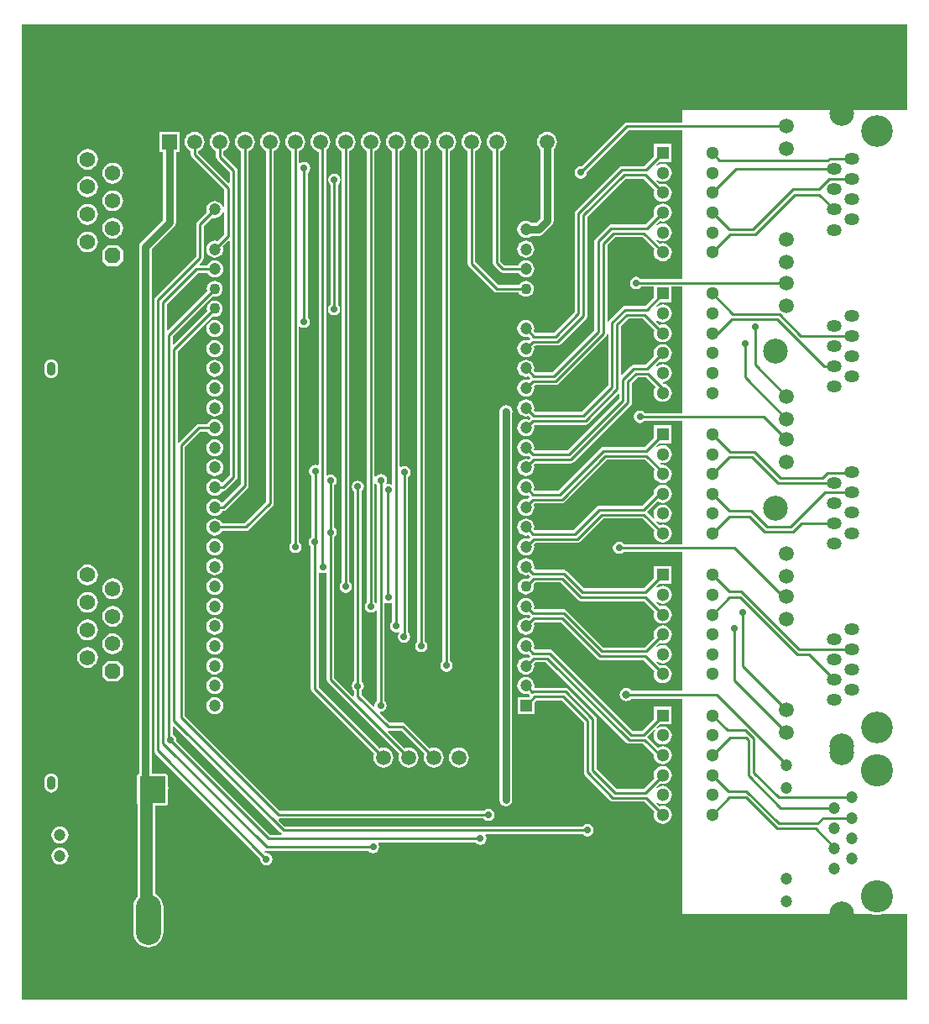
<source format=gbl>
%FSLAX44Y44*%
%MOMM*%
G71*
G01*
G75*
G04 Layer_Physical_Order=2*
G04 Layer_Color=16711680*
%ADD10R,0.6000X2.2000*%
%ADD11R,2.0000X1.5000*%
%ADD12R,0.8000X0.6000*%
%ADD13R,0.6000X0.8000*%
%ADD14R,1.2700X1.5240*%
%ADD15R,1.2700X1.2700*%
%ADD16R,0.8000X0.9000*%
%ADD17R,0.8000X0.4000*%
%ADD18O,3.3000X1.5000*%
%ADD19C,0.2540*%
%ADD20C,0.7620*%
%ADD21C,0.5080*%
%ADD22R,2.6590X2.6992*%
%ADD23R,3.6830X1.3208*%
%ADD24O,5.0800X2.5400*%
%ADD25O,2.5400X5.0800*%
%ADD26P,1.7046X8X112.5*%
%ADD27C,1.5748*%
%ADD28C,1.5750*%
%ADD29O,3.0000X5.0000*%
%ADD30C,2.5000*%
%ADD31C,3.2500*%
%ADD32C,1.2000*%
%ADD33O,1.5000X1.2000*%
%ADD34C,1.5000*%
%ADD35C,3.2000*%
%ADD36R,1.5000X1.5000*%
%ADD37C,1.3000*%
%ADD38R,1.2000X1.2000*%
%ADD39R,1.3000X1.3000*%
%ADD40O,0.9000X1.4000*%
%ADD41C,4.0000*%
%ADD42C,0.7112*%
%ADD43C,0.8000*%
%ADD44C,1.2700*%
%ADD45C,1.0160*%
%ADD46R,2.6082X2.7000*%
%ADD47C,1.1000*%
G36*
X896374Y900000D02*
X670000D01*
Y887899D01*
X613928D01*
X612441Y887603D01*
X611181Y886761D01*
X567878Y843458D01*
X567276Y843577D01*
X564897Y843104D01*
X562881Y841757D01*
X561534Y839741D01*
X561061Y837362D01*
X561534Y834984D01*
X562881Y832967D01*
X564897Y831620D01*
X567276Y831147D01*
X569655Y831620D01*
X571671Y832967D01*
X573018Y834984D01*
X573491Y837362D01*
X573372Y837964D01*
X615537Y880129D01*
X670000D01*
Y729899D01*
X627750D01*
X627409Y730409D01*
X625392Y731756D01*
X623014Y732229D01*
X620635Y731756D01*
X618619Y730409D01*
X617272Y728392D01*
X616799Y726014D01*
X617272Y723635D01*
X618619Y721619D01*
X620635Y720272D01*
X623014Y719799D01*
X625392Y720272D01*
X627409Y721619D01*
X627750Y722129D01*
X640960D01*
Y711704D01*
X632221Y702965D01*
X611896D01*
X610409Y702669D01*
X609149Y701827D01*
X596173Y688851D01*
X595331Y687591D01*
X595149Y686673D01*
X593885Y686798D01*
Y764391D01*
X601529Y772035D01*
X629471D01*
X641472Y760034D01*
X641193Y759360D01*
X640882Y757000D01*
X641193Y754640D01*
X642104Y752441D01*
X643553Y750553D01*
X645441Y749103D01*
X647640Y748193D01*
X650000Y747882D01*
X652360Y748193D01*
X654559Y749103D01*
X656447Y750553D01*
X657896Y752441D01*
X658807Y754640D01*
X659118Y757000D01*
X658807Y759360D01*
X657896Y761559D01*
X656447Y763447D01*
X654559Y764896D01*
X652360Y765807D01*
X650000Y766118D01*
X647640Y765807D01*
X646966Y765528D01*
X643492Y769002D01*
X644329Y769957D01*
X645441Y769103D01*
X647640Y768193D01*
X650000Y767882D01*
X652360Y768193D01*
X654559Y769103D01*
X656447Y770553D01*
X657896Y772441D01*
X658807Y774640D01*
X659118Y777000D01*
X658807Y779360D01*
X657896Y781559D01*
X656447Y783447D01*
X654559Y784896D01*
X652360Y785807D01*
X650000Y786118D01*
X647640Y785807D01*
X645441Y784896D01*
X644329Y784043D01*
X643492Y784998D01*
X646966Y788472D01*
X647640Y788193D01*
X650000Y787882D01*
X652360Y788193D01*
X654559Y789103D01*
X656447Y790553D01*
X657896Y792441D01*
X658807Y794640D01*
X659118Y797000D01*
X658807Y799360D01*
X657896Y801559D01*
X656447Y803447D01*
X654559Y804896D01*
X652360Y805807D01*
X650000Y806118D01*
X647640Y805807D01*
X645441Y804896D01*
X643553Y803447D01*
X642104Y801559D01*
X641193Y799360D01*
X640882Y797000D01*
X641193Y794640D01*
X641472Y793966D01*
X632391Y784885D01*
X597816D01*
X596329Y784589D01*
X595069Y783747D01*
X582173Y770851D01*
X581331Y769591D01*
X581035Y768104D01*
Y678713D01*
X538207Y635885D01*
X521471D01*
X520007Y637348D01*
X520182Y637771D01*
X520476Y640000D01*
X520182Y642229D01*
X519322Y644307D01*
X517953Y646091D01*
X516169Y647460D01*
X514091Y648320D01*
X511862Y648614D01*
X509633Y648320D01*
X507555Y647460D01*
X505771Y646091D01*
X504402Y644307D01*
X503542Y642229D01*
X503248Y640000D01*
X503542Y637771D01*
X504402Y635693D01*
X505771Y633909D01*
X507555Y632540D01*
X509633Y631680D01*
X511862Y631386D01*
X514091Y631680D01*
X514514Y631855D01*
X516095Y630273D01*
X516035Y629667D01*
X514514Y628145D01*
X514091Y628320D01*
X511862Y628614D01*
X509633Y628320D01*
X507555Y627460D01*
X505771Y626091D01*
X504402Y624307D01*
X503542Y622229D01*
X503248Y620000D01*
X503542Y617771D01*
X504402Y615693D01*
X505771Y613909D01*
X507555Y612540D01*
X509633Y611680D01*
X511862Y611386D01*
X514091Y611680D01*
X516169Y612540D01*
X517953Y613909D01*
X519322Y615693D01*
X520182Y617771D01*
X520476Y620000D01*
X520202Y622080D01*
X520418Y622327D01*
X522128Y623035D01*
X541920D01*
X543407Y623331D01*
X544667Y624173D01*
X592747Y672253D01*
X593589Y673513D01*
X593772Y674431D01*
X595035Y674306D01*
Y622529D01*
X568391Y595885D01*
X521471D01*
X520007Y597348D01*
X520182Y597771D01*
X520476Y600000D01*
X520182Y602229D01*
X519322Y604307D01*
X517953Y606091D01*
X516169Y607460D01*
X514091Y608320D01*
X511862Y608614D01*
X509633Y608320D01*
X507555Y607460D01*
X505771Y606091D01*
X504402Y604307D01*
X503542Y602229D01*
X503248Y600000D01*
X503542Y597771D01*
X504402Y595693D01*
X505771Y593909D01*
X507555Y592540D01*
X509633Y591680D01*
X511862Y591386D01*
X514091Y591680D01*
X514514Y591855D01*
X516095Y590273D01*
X516035Y589667D01*
X514514Y588145D01*
X514091Y588320D01*
X511862Y588614D01*
X509633Y588320D01*
X507555Y587460D01*
X505771Y586091D01*
X504402Y584307D01*
X503542Y582229D01*
X503248Y580000D01*
X503542Y577771D01*
X504402Y575693D01*
X505771Y573909D01*
X507555Y572540D01*
X509633Y571680D01*
X511862Y571386D01*
X514091Y571680D01*
X516169Y572540D01*
X517953Y573909D01*
X519322Y575693D01*
X520182Y577771D01*
X520476Y580000D01*
X520202Y582080D01*
X520418Y582327D01*
X522128Y583035D01*
X572104D01*
X573591Y583331D01*
X574851Y584173D01*
X604862Y614184D01*
X606035Y613698D01*
Y609279D01*
X553721Y556965D01*
X522128D01*
X520418Y557673D01*
X520202Y557920D01*
X520476Y560000D01*
X520182Y562229D01*
X519322Y564307D01*
X517953Y566091D01*
X516169Y567460D01*
X514091Y568320D01*
X511862Y568614D01*
X509633Y568320D01*
X507555Y567460D01*
X505771Y566091D01*
X504402Y564307D01*
X503542Y562229D01*
X503248Y560000D01*
X503542Y557771D01*
X504402Y555693D01*
X505771Y553909D01*
X507555Y552540D01*
X509633Y551680D01*
X511862Y551386D01*
X514091Y551680D01*
X514514Y551855D01*
X516035Y550333D01*
X516095Y549727D01*
X514514Y548145D01*
X514091Y548320D01*
X511862Y548614D01*
X509633Y548320D01*
X507555Y547460D01*
X505771Y546091D01*
X504402Y544307D01*
X503542Y542229D01*
X503248Y540000D01*
X503542Y537771D01*
X504402Y535693D01*
X505771Y533909D01*
X507555Y532540D01*
X509633Y531680D01*
X511862Y531386D01*
X514091Y531680D01*
X516169Y532540D01*
X517953Y533909D01*
X519322Y535693D01*
X520182Y537771D01*
X520476Y540000D01*
X520182Y542229D01*
X520007Y542652D01*
X521471Y544115D01*
X557434D01*
X558921Y544411D01*
X560181Y545253D01*
X617747Y602819D01*
X618589Y604079D01*
X618885Y605566D01*
Y625141D01*
X624359Y630615D01*
X633391D01*
X643013Y620994D01*
X642104Y619809D01*
X641193Y617610D01*
X640882Y615250D01*
X641193Y612890D01*
X642104Y610691D01*
X643553Y608803D01*
X645441Y607354D01*
X647640Y606443D01*
X650000Y606132D01*
X652360Y606443D01*
X654559Y607354D01*
X656447Y608803D01*
X657896Y610691D01*
X658807Y612890D01*
X659118Y615250D01*
X658807Y617610D01*
X657896Y619809D01*
X656447Y621697D01*
X654559Y623146D01*
X652360Y624057D01*
X650801Y624263D01*
X650130Y625341D01*
X650418Y626187D01*
X652360Y626443D01*
X654559Y627354D01*
X656447Y628803D01*
X657896Y630691D01*
X658807Y632890D01*
X659118Y635250D01*
X658807Y637610D01*
X657896Y639809D01*
X656447Y641697D01*
X654559Y643146D01*
X652360Y644057D01*
X650000Y644368D01*
X647640Y644057D01*
X645441Y643146D01*
X644329Y642293D01*
X643492Y643248D01*
X646966Y646722D01*
X647640Y646443D01*
X650000Y646132D01*
X652360Y646443D01*
X654559Y647354D01*
X656447Y648803D01*
X657896Y650691D01*
X658807Y652890D01*
X659118Y655250D01*
X658807Y657610D01*
X657896Y659809D01*
X656447Y661697D01*
X654559Y663146D01*
X652360Y664057D01*
X650000Y664368D01*
X647640Y664057D01*
X645441Y663146D01*
X643553Y661697D01*
X642104Y659809D01*
X641193Y657610D01*
X640882Y655250D01*
X641193Y652890D01*
X641472Y652216D01*
X632721Y643465D01*
X620646D01*
X619159Y643169D01*
X617899Y642327D01*
X609058Y633486D01*
X607885Y633972D01*
Y682391D01*
X615609Y690115D01*
X629641D01*
X641472Y678284D01*
X641193Y677610D01*
X640882Y675250D01*
X641193Y672890D01*
X642104Y670691D01*
X643553Y668803D01*
X645441Y667354D01*
X647640Y666443D01*
X650000Y666132D01*
X652360Y666443D01*
X654559Y667354D01*
X656447Y668803D01*
X657896Y670691D01*
X658807Y672890D01*
X659118Y675250D01*
X658807Y677610D01*
X657896Y679809D01*
X656447Y681697D01*
X654559Y683146D01*
X652360Y684057D01*
X650000Y684368D01*
X647640Y684057D01*
X646966Y683778D01*
X643492Y687252D01*
X644329Y688207D01*
X645441Y687354D01*
X647640Y686443D01*
X650000Y686132D01*
X652360Y686443D01*
X654559Y687354D01*
X656447Y688803D01*
X657896Y690691D01*
X658807Y692890D01*
X659118Y695250D01*
X658807Y697610D01*
X657896Y699809D01*
X656447Y701697D01*
X654559Y703146D01*
X652360Y704057D01*
X650000Y704368D01*
X647640Y704057D01*
X645441Y703146D01*
X644329Y702293D01*
X643492Y703248D01*
X646454Y706210D01*
X659040D01*
Y722129D01*
X670000D01*
Y594885D01*
X631736D01*
X631395Y595395D01*
X629379Y596742D01*
X627000Y597215D01*
X624622Y596742D01*
X622605Y595395D01*
X621258Y593378D01*
X620785Y591000D01*
X621258Y588621D01*
X622605Y586605D01*
X624622Y585258D01*
X627000Y584785D01*
X629379Y585258D01*
X631395Y586605D01*
X631736Y587115D01*
X670000D01*
Y462885D01*
X610736D01*
X610395Y463395D01*
X608378Y464742D01*
X606000Y465215D01*
X603621Y464742D01*
X601605Y463395D01*
X600258Y461379D01*
X599785Y459000D01*
X600258Y456622D01*
X601605Y454605D01*
X603621Y453258D01*
X606000Y452785D01*
X608378Y453258D01*
X610395Y454605D01*
X610736Y455115D01*
X670000D01*
Y314885D01*
X618263D01*
X617664Y315664D01*
X616298Y316713D01*
X614707Y317372D01*
X613000Y317596D01*
X611293Y317372D01*
X609702Y316713D01*
X608336Y315664D01*
X607287Y314298D01*
X606628Y312707D01*
X606404Y311000D01*
X606628Y309293D01*
X607287Y307702D01*
X608336Y306336D01*
X609702Y305287D01*
X611293Y304628D01*
X613000Y304404D01*
X614707Y304628D01*
X616298Y305287D01*
X617664Y306336D01*
X618263Y307115D01*
X670000D01*
X670000Y90450D01*
X669800Y90250D01*
X670050Y90000D01*
X670450Y90000D01*
D01*
X670450Y90000D01*
D01*
X670450D01*
Y90000D01*
D01*
D01*
D01*
X860657D01*
X862200Y89532D01*
X865884Y89169D01*
X869567Y89532D01*
X871111Y90000D01*
X896374D01*
Y3626D01*
X3626D01*
Y986374D01*
X896374D01*
Y900000D01*
D02*
G37*
%LPC*%
G36*
X95000Y400559D02*
X92281Y400201D01*
X89748Y399152D01*
X87572Y397482D01*
X85903Y395307D01*
X84853Y392773D01*
X84495Y390054D01*
X84853Y387335D01*
X85903Y384802D01*
X87572Y382626D01*
X89748Y380957D01*
X92281Y379907D01*
X95000Y379549D01*
X97719Y379907D01*
X100253Y380957D01*
X102428Y382626D01*
X104098Y384802D01*
X105147Y387335D01*
X105505Y390054D01*
X105147Y392773D01*
X104098Y395307D01*
X102428Y397482D01*
X100253Y399152D01*
X97719Y400201D01*
X95000Y400559D01*
D02*
G37*
G36*
X511862Y408614D02*
X509633Y408320D01*
X507555Y407460D01*
X505771Y406091D01*
X504402Y404307D01*
X503542Y402229D01*
X503248Y400000D01*
X503542Y397771D01*
X504402Y395693D01*
X505771Y393909D01*
X507555Y392540D01*
X509633Y391680D01*
X511862Y391386D01*
X514091Y391680D01*
X514514Y391855D01*
X516035Y390333D01*
X516095Y389727D01*
X514514Y388145D01*
X514091Y388320D01*
X511862Y388614D01*
X509633Y388320D01*
X507555Y387460D01*
X505771Y386091D01*
X504402Y384307D01*
X503542Y382229D01*
X503248Y380000D01*
X503542Y377771D01*
X504402Y375693D01*
X505771Y373909D01*
X507555Y372540D01*
X509633Y371680D01*
X511862Y371386D01*
X514091Y371680D01*
X516169Y372540D01*
X517953Y373909D01*
X519322Y375693D01*
X520182Y377771D01*
X520476Y380000D01*
X520182Y382229D01*
X520007Y382652D01*
X521471Y384115D01*
X546641D01*
X583753Y347003D01*
X585013Y346161D01*
X586500Y345865D01*
X630391D01*
X641472Y334784D01*
X641193Y334110D01*
X640882Y331750D01*
X641193Y329390D01*
X642104Y327191D01*
X643553Y325303D01*
X645441Y323854D01*
X647640Y322943D01*
X650000Y322632D01*
X652360Y322943D01*
X654559Y323854D01*
X656447Y325303D01*
X657896Y327191D01*
X658807Y329390D01*
X659118Y331750D01*
X658807Y334110D01*
X657896Y336309D01*
X656447Y338197D01*
X654559Y339646D01*
X652360Y340557D01*
X650000Y340868D01*
X647640Y340557D01*
X646966Y340278D01*
X643492Y343752D01*
X644329Y344707D01*
X645441Y343854D01*
X647640Y342943D01*
X650000Y342632D01*
X652360Y342943D01*
X654559Y343854D01*
X656447Y345303D01*
X657896Y347191D01*
X658807Y349390D01*
X659118Y351750D01*
X658807Y354110D01*
X657896Y356309D01*
X656447Y358197D01*
X654559Y359646D01*
X652360Y360557D01*
X650000Y360868D01*
X647640Y360557D01*
X645441Y359646D01*
X644329Y358793D01*
X643492Y359748D01*
X646966Y363222D01*
X647640Y362943D01*
X650000Y362632D01*
X652360Y362943D01*
X654559Y363854D01*
X656447Y365303D01*
X657896Y367191D01*
X658807Y369390D01*
X659118Y371750D01*
X658807Y374110D01*
X657896Y376309D01*
X656447Y378197D01*
X654559Y379646D01*
X652360Y380557D01*
X650000Y380868D01*
X647640Y380557D01*
X645441Y379646D01*
X643553Y378197D01*
X642104Y376309D01*
X641193Y374110D01*
X640882Y371750D01*
X641193Y369390D01*
X641472Y368716D01*
X631471Y358715D01*
X590213D01*
X553101Y395827D01*
X551841Y396669D01*
X550354Y396965D01*
X522128D01*
X520418Y397673D01*
X520202Y397920D01*
X520476Y400000D01*
X520182Y402229D01*
X519322Y404307D01*
X517953Y406091D01*
X516169Y407460D01*
X514091Y408320D01*
X511862Y408614D01*
D02*
G37*
G36*
X197862Y408614D02*
X195633Y408320D01*
X193555Y407460D01*
X191771Y406091D01*
X190402Y404307D01*
X189542Y402229D01*
X189248Y400000D01*
X189542Y397771D01*
X190402Y395693D01*
X191771Y393909D01*
X193555Y392540D01*
X195633Y391680D01*
X197862Y391386D01*
X200091Y391680D01*
X202169Y392540D01*
X203953Y393909D01*
X205322Y395693D01*
X206182Y397771D01*
X206476Y400000D01*
X206182Y402229D01*
X205322Y404307D01*
X203953Y406091D01*
X202169Y407460D01*
X200091Y408320D01*
X197862Y408614D01*
D02*
G37*
G36*
X406240Y878223D02*
X403619Y877878D01*
X401177Y876866D01*
X399079Y875257D01*
X397470Y873159D01*
X396458Y870717D01*
X396113Y868096D01*
X396458Y865475D01*
X397470Y863033D01*
X399079Y860935D01*
X401177Y859326D01*
X402355Y858838D01*
Y364736D01*
X401845Y364395D01*
X400498Y362378D01*
X400025Y360000D01*
X400498Y357621D01*
X401845Y355605D01*
X403862Y354258D01*
X406240Y353784D01*
X408619Y354258D01*
X410635Y355605D01*
X411982Y357621D01*
X412455Y360000D01*
X411982Y362378D01*
X410635Y364395D01*
X410125Y364736D01*
Y858838D01*
X411303Y859326D01*
X413401Y860935D01*
X415010Y863033D01*
X416022Y865475D01*
X416367Y868096D01*
X416022Y870717D01*
X415010Y873159D01*
X413401Y875257D01*
X411303Y876866D01*
X408861Y877878D01*
X406240Y878223D01*
D02*
G37*
G36*
X95000Y372833D02*
X92282Y372475D01*
X89748Y371426D01*
X87573Y369756D01*
X85904Y367581D01*
X84854Y365048D01*
X84496Y362329D01*
X84854Y359610D01*
X85904Y357077D01*
X87573Y354902D01*
X89748Y353232D01*
X92282Y352183D01*
X95000Y351825D01*
X97719Y352183D01*
X100252Y353232D01*
X102428Y354902D01*
X104097Y357077D01*
X105146Y359610D01*
X105504Y362329D01*
X105146Y365048D01*
X104097Y367581D01*
X102428Y369756D01*
X100252Y371426D01*
X97719Y372475D01*
X95000Y372833D01*
D02*
G37*
G36*
X197862Y388614D02*
X195633Y388320D01*
X193555Y387460D01*
X191771Y386091D01*
X190402Y384307D01*
X189542Y382229D01*
X189248Y380000D01*
X189542Y377771D01*
X190402Y375693D01*
X191771Y373909D01*
X193555Y372540D01*
X195633Y371680D01*
X197862Y371386D01*
X200091Y371680D01*
X202169Y372540D01*
X203953Y373909D01*
X205322Y375693D01*
X206182Y377771D01*
X206476Y380000D01*
X206182Y382229D01*
X205322Y384307D01*
X203953Y386091D01*
X202169Y387460D01*
X200091Y388320D01*
X197862Y388614D01*
D02*
G37*
G36*
X69600Y386803D02*
X66882Y386445D01*
X64348Y385396D01*
X62173Y383726D01*
X60504Y381551D01*
X59454Y379018D01*
X59096Y376299D01*
X59454Y373580D01*
X60504Y371047D01*
X62173Y368872D01*
X64348Y367202D01*
X66882Y366153D01*
X69600Y365795D01*
X72319Y366153D01*
X74852Y367202D01*
X77028Y368872D01*
X78697Y371047D01*
X79746Y373580D01*
X80104Y376299D01*
X79746Y379018D01*
X78697Y381551D01*
X77028Y383726D01*
X74852Y385396D01*
X72319Y386445D01*
X69600Y386803D01*
D02*
G37*
G36*
Y442259D02*
X66882Y441901D01*
X64348Y440852D01*
X62173Y439183D01*
X60504Y437007D01*
X59454Y434474D01*
X59096Y431755D01*
X59454Y429037D01*
X60504Y426503D01*
X62173Y424328D01*
X64348Y422659D01*
X66882Y421609D01*
X69600Y421251D01*
X72319Y421609D01*
X74852Y422659D01*
X77028Y424328D01*
X78697Y426503D01*
X79746Y429037D01*
X80104Y431755D01*
X79746Y434474D01*
X78697Y437007D01*
X77028Y439183D01*
X74852Y440852D01*
X72319Y441901D01*
X69600Y442259D01*
D02*
G37*
G36*
X511862Y448614D02*
X509633Y448320D01*
X507555Y447460D01*
X505771Y446091D01*
X504402Y444307D01*
X503542Y442229D01*
X503248Y440000D01*
X503542Y437771D01*
X504402Y435693D01*
X505771Y433909D01*
X507555Y432540D01*
X509633Y431680D01*
X511862Y431386D01*
X514091Y431680D01*
X514514Y431855D01*
X516035Y430333D01*
X516095Y429727D01*
X514131Y427763D01*
X513961Y427833D01*
X511862Y428109D01*
X509763Y427833D01*
X507807Y427023D01*
X506128Y425734D01*
X504839Y424055D01*
X504029Y422099D01*
X503753Y420000D01*
X504029Y417901D01*
X504839Y415945D01*
X506128Y414266D01*
X507807Y412977D01*
X509763Y412167D01*
X511862Y411891D01*
X513961Y412167D01*
X515917Y412977D01*
X517596Y414266D01*
X518885Y415945D01*
X519695Y417901D01*
X519971Y420000D01*
X519695Y422099D01*
X519625Y422269D01*
X521471Y424115D01*
X546641D01*
X564333Y406423D01*
X565593Y405581D01*
X567080Y405285D01*
X630971D01*
X641472Y394784D01*
X641193Y394110D01*
X640882Y391750D01*
X641193Y389390D01*
X642104Y387191D01*
X643553Y385303D01*
X645441Y383854D01*
X647640Y382943D01*
X650000Y382632D01*
X652360Y382943D01*
X654559Y383854D01*
X656447Y385303D01*
X657896Y387191D01*
X658807Y389390D01*
X659118Y391750D01*
X658807Y394110D01*
X657896Y396309D01*
X656447Y398197D01*
X654559Y399646D01*
X652360Y400557D01*
X650000Y400868D01*
X647640Y400557D01*
X646966Y400278D01*
X643492Y403752D01*
X644329Y404707D01*
X645441Y403854D01*
X647640Y402943D01*
X650000Y402632D01*
X652360Y402943D01*
X654559Y403854D01*
X656447Y405303D01*
X657896Y407191D01*
X658807Y409390D01*
X659118Y411750D01*
X658807Y414110D01*
X657896Y416309D01*
X656447Y418197D01*
X654559Y419646D01*
X652360Y420557D01*
X650000Y420868D01*
X647640Y420557D01*
X645441Y419646D01*
X644329Y418793D01*
X643492Y419748D01*
X646454Y422710D01*
X659040D01*
Y440790D01*
X640960D01*
Y428204D01*
X630891Y418135D01*
X570793D01*
X553101Y435827D01*
X551841Y436669D01*
X550354Y436965D01*
X522128D01*
X520418Y437673D01*
X520202Y437920D01*
X520476Y440000D01*
X520182Y442229D01*
X519322Y444307D01*
X517953Y446091D01*
X516169Y447460D01*
X514091Y448320D01*
X511862Y448614D01*
D02*
G37*
G36*
X197862Y448614D02*
X195633Y448320D01*
X193555Y447460D01*
X191771Y446091D01*
X190402Y444307D01*
X189542Y442229D01*
X189248Y440000D01*
X189542Y437771D01*
X190402Y435693D01*
X191771Y433909D01*
X193555Y432540D01*
X195633Y431680D01*
X197862Y431386D01*
X200091Y431680D01*
X202169Y432540D01*
X203953Y433909D01*
X205322Y435693D01*
X206182Y437771D01*
X206476Y440000D01*
X206182Y442229D01*
X205322Y444307D01*
X203953Y446091D01*
X202169Y447460D01*
X200091Y448320D01*
X197862Y448614D01*
D02*
G37*
G36*
X330040Y878223D02*
X327419Y877878D01*
X324977Y876866D01*
X322879Y875257D01*
X321270Y873159D01*
X320258Y870717D01*
X319913Y868096D01*
X320258Y865475D01*
X321270Y863033D01*
X322879Y860935D01*
X324977Y859326D01*
X326155Y858838D01*
Y424736D01*
X325645Y424395D01*
X324298Y422379D01*
X323825Y420000D01*
X324298Y417621D01*
X325645Y415605D01*
X327662Y414258D01*
X330040Y413784D01*
X332419Y414258D01*
X334435Y415605D01*
X335782Y417621D01*
X336255Y420000D01*
X335782Y422379D01*
X334435Y424395D01*
X333925Y424736D01*
Y858838D01*
X335103Y859326D01*
X337201Y860935D01*
X338810Y863033D01*
X339822Y865475D01*
X340167Y868096D01*
X339822Y870717D01*
X338810Y873159D01*
X337201Y875257D01*
X335103Y876866D01*
X332661Y877878D01*
X330040Y878223D01*
D02*
G37*
G36*
X69600Y414531D02*
X66882Y414173D01*
X64348Y413124D01*
X62173Y411455D01*
X60504Y409279D01*
X59454Y406746D01*
X59096Y404027D01*
X59454Y401309D01*
X60504Y398775D01*
X62173Y396600D01*
X64348Y394931D01*
X66882Y393881D01*
X69600Y393523D01*
X72319Y393881D01*
X74852Y394931D01*
X77028Y396600D01*
X78697Y398775D01*
X79746Y401309D01*
X80104Y404027D01*
X79746Y406746D01*
X78697Y409279D01*
X77028Y411455D01*
X74852Y413124D01*
X72319Y414173D01*
X69600Y414531D01*
D02*
G37*
G36*
X95000Y428289D02*
X92281Y427931D01*
X89748Y426882D01*
X87572Y425212D01*
X85903Y423037D01*
X84853Y420503D01*
X84495Y417784D01*
X84853Y415065D01*
X85903Y412532D01*
X87572Y410356D01*
X89748Y408687D01*
X92281Y407637D01*
X95000Y407279D01*
X97719Y407637D01*
X100253Y408687D01*
X102428Y410356D01*
X104098Y412532D01*
X105147Y415065D01*
X105505Y417784D01*
X105147Y420503D01*
X104098Y423037D01*
X102428Y425212D01*
X100253Y426882D01*
X97719Y427931D01*
X95000Y428289D01*
D02*
G37*
G36*
X197862Y428614D02*
X195633Y428320D01*
X193555Y427460D01*
X191771Y426091D01*
X190402Y424307D01*
X189542Y422229D01*
X189248Y420000D01*
X189542Y417771D01*
X190402Y415693D01*
X191771Y413909D01*
X193555Y412540D01*
X195633Y411680D01*
X197862Y411386D01*
X200091Y411680D01*
X202169Y412540D01*
X203953Y413909D01*
X205322Y415693D01*
X206182Y417771D01*
X206476Y420000D01*
X206182Y422229D01*
X205322Y424307D01*
X203953Y426091D01*
X202169Y427460D01*
X200091Y428320D01*
X197862Y428614D01*
D02*
G37*
G36*
Y368614D02*
X195633Y368320D01*
X193555Y367460D01*
X191771Y366091D01*
X190402Y364307D01*
X189542Y362229D01*
X189248Y360000D01*
X189542Y357771D01*
X190402Y355693D01*
X191771Y353909D01*
X193555Y352540D01*
X195633Y351680D01*
X197862Y351386D01*
X200091Y351680D01*
X202169Y352540D01*
X203953Y353909D01*
X205322Y355693D01*
X206182Y357771D01*
X206476Y360000D01*
X206182Y362229D01*
X205322Y364307D01*
X203953Y366091D01*
X202169Y367460D01*
X200091Y368320D01*
X197862Y368614D01*
D02*
G37*
G36*
X33000Y231417D02*
X31162Y231175D01*
X29450Y230465D01*
X27979Y229337D01*
X26851Y227866D01*
X26141Y226154D01*
X25899Y224316D01*
Y219316D01*
X26141Y217478D01*
X26851Y215766D01*
X27979Y214295D01*
X29450Y213167D01*
X31162Y212457D01*
X33000Y212215D01*
X34838Y212457D01*
X36550Y213167D01*
X38021Y214295D01*
X39149Y215766D01*
X39859Y217478D01*
X40101Y219316D01*
Y224316D01*
X39859Y226154D01*
X39149Y227866D01*
X38021Y229337D01*
X36550Y230465D01*
X34838Y231175D01*
X33000Y231417D01*
D02*
G37*
G36*
X511862Y328614D02*
X509633Y328320D01*
X507555Y327460D01*
X505771Y326091D01*
X504402Y324307D01*
X503542Y322229D01*
X503248Y320000D01*
X503542Y317771D01*
X504402Y315693D01*
X505771Y313909D01*
X507555Y312540D01*
X509633Y311680D01*
X511862Y311386D01*
X514091Y311680D01*
X514514Y311855D01*
X515523Y310845D01*
X515704Y310724D01*
X515829Y309460D01*
X514908Y308540D01*
X503322D01*
Y291460D01*
X520402D01*
Y303046D01*
X522471Y305115D01*
X548141D01*
X570285Y282971D01*
Y232646D01*
X570581Y231159D01*
X571423Y229899D01*
X596899Y204423D01*
X598159Y203581D01*
X598406Y203532D01*
X599646Y203285D01*
X631221D01*
X641472Y193034D01*
X641193Y192360D01*
X640882Y190000D01*
X641193Y187640D01*
X642104Y185441D01*
X643553Y183553D01*
X645441Y182104D01*
X647640Y181193D01*
X650000Y180882D01*
X652360Y181193D01*
X654559Y182104D01*
X656447Y183553D01*
X657896Y185441D01*
X658807Y187640D01*
X659118Y190000D01*
X658807Y192360D01*
X657896Y194559D01*
X656447Y196447D01*
X654559Y197896D01*
X652360Y198807D01*
X650000Y199118D01*
X647640Y198807D01*
X646966Y198528D01*
X643492Y202002D01*
X644329Y202957D01*
X645441Y202104D01*
X647640Y201193D01*
X650000Y200882D01*
X652360Y201193D01*
X654559Y202104D01*
X656447Y203553D01*
X657896Y205441D01*
X658807Y207640D01*
X659118Y210000D01*
X658807Y212360D01*
X657896Y214559D01*
X656447Y216447D01*
X654559Y217896D01*
X652360Y218807D01*
X650000Y219118D01*
X647640Y218807D01*
X645441Y217896D01*
X644329Y217043D01*
X643492Y217998D01*
X646966Y221472D01*
X647640Y221193D01*
X650000Y220882D01*
X652360Y221193D01*
X654559Y222104D01*
X656447Y223553D01*
X657896Y225441D01*
X658807Y227640D01*
X659118Y230000D01*
X658807Y232360D01*
X657896Y234559D01*
X656447Y236447D01*
X654559Y237896D01*
X652360Y238807D01*
X650000Y239118D01*
X647640Y238807D01*
X645441Y237896D01*
X643553Y236447D01*
X642104Y234559D01*
X641193Y232360D01*
X640882Y230000D01*
X641193Y227640D01*
X641472Y226966D01*
X630641Y216135D01*
X603359D01*
X583135Y236359D01*
Y286684D01*
X582888Y287924D01*
X582839Y288171D01*
X581997Y289431D01*
X554601Y316827D01*
X553341Y317669D01*
X551854Y317965D01*
X521171D01*
X520334Y318920D01*
X520476Y320000D01*
X520182Y322229D01*
X519322Y324307D01*
X517953Y326091D01*
X516169Y327460D01*
X514091Y328320D01*
X511862Y328614D01*
D02*
G37*
G36*
X444340Y257701D02*
X441719Y257356D01*
X439277Y256344D01*
X437179Y254735D01*
X435570Y252637D01*
X434558Y250195D01*
X434213Y247574D01*
X434558Y244953D01*
X435570Y242511D01*
X437179Y240413D01*
X439277Y238804D01*
X441719Y237792D01*
X444340Y237447D01*
X446961Y237792D01*
X449403Y238804D01*
X451501Y240413D01*
X453110Y242511D01*
X454122Y244953D01*
X454467Y247574D01*
X454122Y250195D01*
X453110Y252637D01*
X451501Y254735D01*
X449403Y256344D01*
X446961Y257356D01*
X444340Y257701D01*
D02*
G37*
G36*
X492092Y603044D02*
X489614Y602552D01*
X487514Y601148D01*
X486922Y600556D01*
X485518Y598456D01*
X485026Y595978D01*
Y204750D01*
X485518Y202272D01*
X486922Y200172D01*
X489022Y198768D01*
X491500Y198276D01*
X493978Y198768D01*
X496078Y200172D01*
X497482Y202272D01*
X497974Y204750D01*
Y593944D01*
X498074Y594092D01*
X498566Y596570D01*
X498074Y599048D01*
X496670Y601148D01*
X494570Y602552D01*
X492092Y603044D01*
D02*
G37*
G36*
X162280Y878136D02*
X142200D01*
Y858056D01*
X145766D01*
Y789460D01*
X123422Y767116D01*
X122018Y765016D01*
X121526Y762538D01*
Y231444D01*
X121009Y231341D01*
X120169Y230780D01*
X119607Y229940D01*
X119410Y228949D01*
Y201949D01*
X119607Y200958D01*
X119937Y200464D01*
Y107688D01*
X118171Y105536D01*
X116756Y102888D01*
X115884Y100016D01*
X115590Y97028D01*
Y71628D01*
X115884Y68640D01*
X116756Y65768D01*
X118171Y63120D01*
X120075Y60799D01*
X122396Y58895D01*
X125043Y57480D01*
X127916Y56609D01*
X130904Y56314D01*
X133891Y56609D01*
X136764Y57480D01*
X139412Y58895D01*
X141732Y60799D01*
X143637Y63120D01*
X145052Y65768D01*
X145923Y68640D01*
X146218Y71628D01*
Y97028D01*
X145923Y100016D01*
X145052Y102888D01*
X143637Y105536D01*
X141732Y107857D01*
X139412Y109761D01*
X137871Y110585D01*
Y199359D01*
X148082D01*
X149073Y199556D01*
X149913Y200118D01*
X150475Y200958D01*
X150672Y201949D01*
Y214215D01*
X150742Y214320D01*
X151215Y216699D01*
X150742Y219077D01*
X150672Y219183D01*
Y228949D01*
X150475Y229940D01*
X149913Y230780D01*
X149073Y231341D01*
X148082Y231539D01*
X134474D01*
Y759856D01*
X156818Y782200D01*
X158222Y784301D01*
X158714Y786778D01*
Y858056D01*
X162280D01*
Y878136D01*
D02*
G37*
G36*
X41750Y157114D02*
X39521Y156820D01*
X37443Y155960D01*
X35659Y154591D01*
X34290Y152807D01*
X33430Y150729D01*
X33136Y148500D01*
X33430Y146271D01*
X34290Y144193D01*
X35659Y142409D01*
X37443Y141040D01*
X39521Y140180D01*
X41750Y139886D01*
X43979Y140180D01*
X46057Y141040D01*
X47841Y142409D01*
X49210Y144193D01*
X50070Y146271D01*
X50364Y148500D01*
X50070Y150729D01*
X49210Y152807D01*
X47841Y154591D01*
X46057Y155960D01*
X43979Y156820D01*
X41750Y157114D01*
D02*
G37*
G36*
Y178114D02*
X39521Y177820D01*
X37443Y176960D01*
X35659Y175591D01*
X34290Y173807D01*
X33430Y171729D01*
X33136Y169500D01*
X33430Y167271D01*
X34290Y165193D01*
X35659Y163409D01*
X37443Y162040D01*
X39521Y161180D01*
X41750Y160886D01*
X43979Y161180D01*
X46057Y162040D01*
X47841Y163409D01*
X49210Y165193D01*
X50070Y167271D01*
X50364Y169500D01*
X50070Y171729D01*
X49210Y173807D01*
X47841Y175591D01*
X46057Y176960D01*
X43979Y177820D01*
X41750Y178114D01*
D02*
G37*
G36*
X431640Y878223D02*
X429019Y877878D01*
X426577Y876866D01*
X424479Y875257D01*
X422870Y873159D01*
X421858Y870717D01*
X421513Y868096D01*
X421858Y865475D01*
X422870Y863033D01*
X424479Y860935D01*
X426577Y859326D01*
X427755Y858838D01*
Y345020D01*
X427245Y344679D01*
X425898Y342663D01*
X425425Y340284D01*
X425898Y337906D01*
X427245Y335889D01*
X429262Y334542D01*
X431640Y334069D01*
X434019Y334542D01*
X436035Y335889D01*
X437382Y337906D01*
X437855Y340284D01*
X437382Y342663D01*
X436035Y344679D01*
X435525Y345020D01*
Y858838D01*
X436703Y859326D01*
X438801Y860935D01*
X440410Y863033D01*
X441422Y865475D01*
X441767Y868096D01*
X441422Y870717D01*
X440410Y873159D01*
X438801Y875257D01*
X436703Y876866D01*
X434261Y877878D01*
X431640Y878223D01*
D02*
G37*
G36*
X69600Y359075D02*
X66882Y358717D01*
X64348Y357667D01*
X62173Y355998D01*
X60504Y353823D01*
X59454Y351289D01*
X59096Y348571D01*
X59454Y345852D01*
X60504Y343319D01*
X62173Y341143D01*
X64348Y339474D01*
X66882Y338425D01*
X69600Y338067D01*
X72319Y338425D01*
X74852Y339474D01*
X77028Y341143D01*
X78697Y343319D01*
X79746Y345852D01*
X80104Y348571D01*
X79746Y351289D01*
X78697Y353823D01*
X77028Y355998D01*
X74852Y357667D01*
X72319Y358717D01*
X69600Y359075D01*
D02*
G37*
G36*
X511862Y368614D02*
X509633Y368320D01*
X507555Y367460D01*
X505771Y366091D01*
X504402Y364307D01*
X503542Y362229D01*
X503248Y360000D01*
X503542Y357771D01*
X504402Y355693D01*
X505771Y353909D01*
X507555Y352540D01*
X509633Y351680D01*
X511862Y351386D01*
X514091Y351680D01*
X514514Y351855D01*
X516285Y350083D01*
X516300Y349932D01*
X514514Y348145D01*
X514091Y348320D01*
X511862Y348614D01*
X509633Y348320D01*
X507555Y347460D01*
X505771Y346091D01*
X504402Y344307D01*
X503542Y342229D01*
X503248Y340000D01*
X503542Y337771D01*
X504402Y335693D01*
X505771Y333909D01*
X507555Y332540D01*
X509633Y331680D01*
X511862Y331386D01*
X514091Y331680D01*
X516169Y332540D01*
X517953Y333909D01*
X519322Y335693D01*
X520182Y337771D01*
X520476Y340000D01*
X520182Y342229D01*
X520007Y342652D01*
X521221Y343865D01*
X531957D01*
X613149Y262673D01*
X614409Y261831D01*
X615896Y261535D01*
X630221D01*
X640984Y250773D01*
X640882Y250000D01*
X641193Y247640D01*
X642104Y245441D01*
X643553Y243553D01*
X645441Y242104D01*
X647640Y241193D01*
X650000Y240882D01*
X652360Y241193D01*
X654559Y242104D01*
X656447Y243553D01*
X657896Y245441D01*
X658807Y247640D01*
X659118Y250000D01*
X658807Y252360D01*
X657896Y254559D01*
X656447Y256447D01*
X654559Y257896D01*
X652360Y258807D01*
X650000Y259118D01*
X647640Y258807D01*
X645441Y257896D01*
X645105Y257639D01*
X634577Y268167D01*
X634495Y269001D01*
X642002Y276508D01*
X642957Y275671D01*
X642104Y274559D01*
X641193Y272360D01*
X640882Y270000D01*
X641193Y267640D01*
X642104Y265441D01*
X643553Y263553D01*
X645441Y262104D01*
X647640Y261193D01*
X650000Y260882D01*
X652360Y261193D01*
X654559Y262104D01*
X656447Y263553D01*
X657896Y265441D01*
X658807Y267640D01*
X659118Y270000D01*
X658807Y272360D01*
X657896Y274559D01*
X656447Y276447D01*
X654559Y277896D01*
X652360Y278807D01*
X650000Y279118D01*
X647640Y278807D01*
X645441Y277896D01*
X644329Y277043D01*
X643492Y277998D01*
X646454Y280960D01*
X659040D01*
Y299040D01*
X640960D01*
Y286454D01*
X628891Y274385D01*
X619609D01*
X538417Y355577D01*
X537157Y356419D01*
X535670Y356715D01*
X522731D01*
X520182Y357771D01*
X520476Y360000D01*
X520182Y362229D01*
X519322Y364307D01*
X517953Y366091D01*
X516169Y367460D01*
X514091Y368320D01*
X511862Y368614D01*
D02*
G37*
G36*
X197862Y348614D02*
X195633Y348320D01*
X193555Y347460D01*
X191771Y346091D01*
X190402Y344307D01*
X189542Y342229D01*
X189248Y340000D01*
X189542Y337771D01*
X190402Y335693D01*
X191771Y333909D01*
X193555Y332540D01*
X195633Y331680D01*
X197862Y331386D01*
X200091Y331680D01*
X202169Y332540D01*
X203953Y333909D01*
X205322Y335693D01*
X206182Y337771D01*
X206476Y340000D01*
X206182Y342229D01*
X205322Y344307D01*
X203953Y346091D01*
X202169Y347460D01*
X200091Y348320D01*
X197862Y348614D01*
D02*
G37*
G36*
Y308614D02*
X195633Y308320D01*
X193555Y307460D01*
X191771Y306091D01*
X190402Y304307D01*
X189542Y302229D01*
X189248Y300000D01*
X189542Y297771D01*
X190402Y295693D01*
X191771Y293909D01*
X193555Y292540D01*
X195633Y291680D01*
X197862Y291386D01*
X200091Y291680D01*
X202169Y292540D01*
X203953Y293909D01*
X205322Y295693D01*
X206182Y297771D01*
X206476Y300000D01*
X206182Y302229D01*
X205322Y304307D01*
X203953Y306091D01*
X202169Y307460D01*
X200091Y308320D01*
X197862Y308614D01*
D02*
G37*
G36*
Y328614D02*
X195633Y328320D01*
X193555Y327460D01*
X191771Y326091D01*
X190402Y324307D01*
X189542Y322229D01*
X189248Y320000D01*
X189542Y317771D01*
X190402Y315693D01*
X191771Y313909D01*
X193555Y312540D01*
X195633Y311680D01*
X197862Y311386D01*
X200091Y311680D01*
X202169Y312540D01*
X203953Y313909D01*
X205322Y315693D01*
X206182Y317771D01*
X206476Y320000D01*
X206182Y322229D01*
X205322Y324307D01*
X203953Y326091D01*
X202169Y327460D01*
X200091Y328320D01*
X197862Y328614D01*
D02*
G37*
G36*
X100207Y345015D02*
X89793D01*
X84586Y339808D01*
Y329394D01*
X89793Y324187D01*
X100207D01*
X105414Y329394D01*
Y339808D01*
X100207Y345015D01*
D02*
G37*
G36*
X197862Y468614D02*
X195633Y468320D01*
X193555Y467460D01*
X191771Y466091D01*
X190402Y464307D01*
X189542Y462229D01*
X189248Y460000D01*
X189542Y457771D01*
X190402Y455693D01*
X191771Y453909D01*
X193555Y452540D01*
X195633Y451680D01*
X197862Y451386D01*
X200091Y451680D01*
X202169Y452540D01*
X203953Y453909D01*
X205322Y455693D01*
X206182Y457771D01*
X206476Y460000D01*
X206182Y462229D01*
X205322Y464307D01*
X203953Y466091D01*
X202169Y467460D01*
X200091Y468320D01*
X197862Y468614D01*
D02*
G37*
G36*
X511862Y768614D02*
X509633Y768320D01*
X507555Y767460D01*
X505771Y766091D01*
X504402Y764307D01*
X503542Y762229D01*
X503248Y760000D01*
X503542Y757771D01*
X504402Y755693D01*
X505771Y753909D01*
X507555Y752540D01*
X509633Y751680D01*
X511862Y751386D01*
X514091Y751680D01*
X516169Y752540D01*
X517953Y753909D01*
X519322Y755693D01*
X520182Y757771D01*
X520476Y760000D01*
X520182Y762229D01*
X519322Y764307D01*
X517953Y766091D01*
X516169Y767460D01*
X514091Y768320D01*
X511862Y768614D01*
D02*
G37*
G36*
X69600Y777877D02*
X66882Y777519D01*
X64348Y776469D01*
X62173Y774800D01*
X60504Y772625D01*
X59454Y770091D01*
X59096Y767373D01*
X59454Y764654D01*
X60504Y762121D01*
X62173Y759945D01*
X64348Y758276D01*
X66882Y757227D01*
X69600Y756869D01*
X72319Y757227D01*
X74852Y758276D01*
X77028Y759945D01*
X78697Y762121D01*
X79746Y764654D01*
X80104Y767373D01*
X79746Y770091D01*
X78697Y772625D01*
X77028Y774800D01*
X74852Y776469D01*
X72319Y777519D01*
X69600Y777877D01*
D02*
G37*
G36*
X95000Y791635D02*
X92282Y791277D01*
X89748Y790228D01*
X87573Y788558D01*
X85904Y786383D01*
X84854Y783849D01*
X84496Y781131D01*
X84854Y778412D01*
X85904Y775879D01*
X87573Y773704D01*
X89748Y772034D01*
X92282Y770985D01*
X95000Y770627D01*
X97719Y770985D01*
X100252Y772034D01*
X102428Y773704D01*
X104097Y775879D01*
X105146Y778412D01*
X105504Y781131D01*
X105146Y783849D01*
X104097Y786383D01*
X102428Y788558D01*
X100252Y790228D01*
X97719Y791277D01*
X95000Y791635D01*
D02*
G37*
G36*
X100207Y763817D02*
X89793D01*
X84586Y758610D01*
Y748196D01*
X89793Y742989D01*
X100207D01*
X105414Y748196D01*
Y758610D01*
X100207Y763817D01*
D02*
G37*
G36*
X318610Y835957D02*
X316231Y835484D01*
X314215Y834137D01*
X312868Y832121D01*
X312395Y829742D01*
X312868Y827364D01*
X314215Y825347D01*
X314471Y825176D01*
Y704176D01*
X313961Y703835D01*
X312614Y701818D01*
X312141Y699440D01*
X312614Y697061D01*
X313961Y695045D01*
X315977Y693698D01*
X318356Y693225D01*
X320734Y693698D01*
X322751Y695045D01*
X324098Y697061D01*
X324571Y699440D01*
X324098Y701818D01*
X322751Y703835D01*
X322241Y704176D01*
Y824836D01*
X323005Y825347D01*
X324352Y827364D01*
X324825Y829742D01*
X324352Y832121D01*
X323005Y834137D01*
X320989Y835484D01*
X318610Y835957D01*
D02*
G37*
G36*
X457040Y878223D02*
X454419Y877878D01*
X451977Y876866D01*
X449879Y875257D01*
X448270Y873159D01*
X447258Y870717D01*
X446913Y868096D01*
X447258Y865475D01*
X448270Y863033D01*
X449879Y860935D01*
X451977Y859326D01*
X453155Y858838D01*
Y745160D01*
X453451Y743673D01*
X454293Y742413D01*
X479453Y717253D01*
X480713Y716411D01*
X482200Y716115D01*
X504769D01*
X504839Y715945D01*
X506128Y714266D01*
X507807Y712977D01*
X509763Y712167D01*
X511862Y711891D01*
X513961Y712167D01*
X515917Y712977D01*
X517596Y714266D01*
X518885Y715945D01*
X519695Y717901D01*
X519971Y720000D01*
X519695Y722099D01*
X518885Y724055D01*
X517596Y725734D01*
X515917Y727023D01*
X513961Y727833D01*
X511862Y728109D01*
X509763Y727833D01*
X507807Y727023D01*
X506128Y725734D01*
X504839Y724055D01*
X504769Y723885D01*
X483809D01*
X460925Y746769D01*
Y858838D01*
X462103Y859326D01*
X464201Y860935D01*
X465810Y863033D01*
X466822Y865475D01*
X467167Y868096D01*
X466822Y870717D01*
X465810Y873159D01*
X464201Y875257D01*
X462103Y876866D01*
X459661Y877878D01*
X457040Y878223D01*
D02*
G37*
G36*
X482440D02*
X479819Y877878D01*
X477377Y876866D01*
X475279Y875257D01*
X473670Y873159D01*
X472658Y870717D01*
X472313Y868096D01*
X472658Y865475D01*
X473670Y863033D01*
X475279Y860935D01*
X477377Y859326D01*
X478555Y858838D01*
Y746176D01*
X478851Y744689D01*
X479693Y743429D01*
X485869Y737253D01*
X487129Y736411D01*
X488616Y736115D01*
X504227D01*
X504402Y735693D01*
X505771Y733909D01*
X507555Y732540D01*
X509633Y731680D01*
X511862Y731386D01*
X514091Y731680D01*
X516169Y732540D01*
X517953Y733909D01*
X519322Y735693D01*
X520182Y737771D01*
X520476Y740000D01*
X520182Y742229D01*
X519322Y744307D01*
X517953Y746091D01*
X516169Y747460D01*
X514091Y748320D01*
X511862Y748614D01*
X509633Y748320D01*
X507555Y747460D01*
X505771Y746091D01*
X504402Y744307D01*
X504227Y743885D01*
X490225D01*
X486325Y747785D01*
Y858838D01*
X487503Y859326D01*
X489601Y860935D01*
X491210Y863033D01*
X492222Y865475D01*
X492567Y868096D01*
X492222Y870717D01*
X491210Y873159D01*
X489601Y875257D01*
X487503Y876866D01*
X485061Y877878D01*
X482440Y878223D01*
D02*
G37*
G36*
X69600Y805605D02*
X66882Y805247D01*
X64348Y804197D01*
X62173Y802528D01*
X60504Y800353D01*
X59454Y797820D01*
X59096Y795101D01*
X59454Y792382D01*
X60504Y789849D01*
X62173Y787673D01*
X64348Y786004D01*
X66882Y784955D01*
X69600Y784597D01*
X72319Y784955D01*
X74852Y786004D01*
X77028Y787673D01*
X78697Y789849D01*
X79746Y792382D01*
X80104Y795101D01*
X79746Y797820D01*
X78697Y800353D01*
X77028Y802528D01*
X74852Y804197D01*
X72319Y805247D01*
X69600Y805605D01*
D02*
G37*
G36*
X203040Y878223D02*
X200419Y877878D01*
X197977Y876866D01*
X195879Y875257D01*
X194270Y873159D01*
X193258Y870717D01*
X192913Y868096D01*
X193258Y865475D01*
X194270Y863033D01*
X195879Y860935D01*
X197977Y859326D01*
X199155Y858838D01*
Y853110D01*
X199451Y851623D01*
X200293Y850363D01*
X213125Y837531D01*
Y827046D01*
X211952Y826560D01*
X181525Y856987D01*
Y858838D01*
X182703Y859326D01*
X184801Y860935D01*
X186410Y863033D01*
X187422Y865475D01*
X187767Y868096D01*
X187422Y870717D01*
X186410Y873159D01*
X184801Y875257D01*
X182703Y876866D01*
X180261Y877878D01*
X177640Y878223D01*
X175019Y877878D01*
X172577Y876866D01*
X170479Y875257D01*
X168870Y873159D01*
X167858Y870717D01*
X167513Y868096D01*
X167858Y865475D01*
X168870Y863033D01*
X170479Y860935D01*
X172577Y859326D01*
X173755Y858838D01*
Y855378D01*
X174051Y853891D01*
X174893Y852631D01*
X207443Y820081D01*
Y802395D01*
X206182Y802229D01*
X205322Y804307D01*
X203953Y806091D01*
X202169Y807460D01*
X200091Y808320D01*
X197862Y808614D01*
X195633Y808320D01*
X193555Y807460D01*
X191771Y806091D01*
X190402Y804307D01*
X189542Y802229D01*
X189248Y800000D01*
X189542Y797771D01*
X189717Y797348D01*
X180233Y787865D01*
X179391Y786604D01*
X179095Y785118D01*
Y752587D01*
X137807Y711299D01*
X136965Y710039D01*
X136669Y708552D01*
Y254688D01*
X136669Y254688D01*
X136669D01*
X136965Y253201D01*
X137807Y251941D01*
X243934Y145814D01*
X243815Y145212D01*
X244288Y142833D01*
X245635Y140817D01*
X247652Y139470D01*
X250030Y138997D01*
X252409Y139470D01*
X254425Y140817D01*
X255772Y142833D01*
X256245Y145212D01*
X255772Y147591D01*
X254425Y149607D01*
X252409Y150954D01*
X250030Y151427D01*
X249428Y151308D01*
X247983Y152753D01*
X248692Y153815D01*
X250179Y153519D01*
X352990D01*
X353331Y153009D01*
X355348Y151662D01*
X357726Y151189D01*
X360104Y151662D01*
X362121Y153009D01*
X363468Y155026D01*
X363941Y157404D01*
X363468Y159782D01*
X362801Y160781D01*
X363400Y161901D01*
X461194D01*
X461535Y161391D01*
X463551Y160044D01*
X465930Y159571D01*
X468308Y160044D01*
X470325Y161391D01*
X471672Y163407D01*
X472145Y165786D01*
X471672Y168165D01*
X470835Y169417D01*
X471434Y170537D01*
X569144D01*
X569485Y170027D01*
X571502Y168680D01*
X573880Y168207D01*
X576259Y168680D01*
X578275Y170027D01*
X579622Y172043D01*
X580095Y174422D01*
X579622Y176800D01*
X578275Y178817D01*
X576259Y180164D01*
X573880Y180637D01*
X571502Y180164D01*
X569485Y178817D01*
X569144Y178307D01*
X268693D01*
X262813Y184187D01*
X262625Y185134D01*
X263430Y186115D01*
X469264D01*
X469605Y185605D01*
X471622Y184258D01*
X474000Y183785D01*
X476379Y184258D01*
X478395Y185605D01*
X479742Y187621D01*
X480215Y190000D01*
X479742Y192379D01*
X478395Y194395D01*
X476379Y195742D01*
X474000Y196215D01*
X471622Y195742D01*
X469605Y194395D01*
X469264Y193885D01*
X263532D01*
X167809Y289608D01*
Y560417D01*
X183507Y576115D01*
X190228D01*
X190402Y575693D01*
X191771Y573909D01*
X193555Y572540D01*
X195633Y571680D01*
X197862Y571386D01*
X200091Y571680D01*
X202169Y572540D01*
X203953Y573909D01*
X205322Y575693D01*
X206182Y577771D01*
X206476Y580000D01*
X206182Y582229D01*
X205322Y584307D01*
X203953Y586091D01*
X202169Y587460D01*
X200091Y588320D01*
X197862Y588614D01*
X195633Y588320D01*
X193555Y587460D01*
X191771Y586091D01*
X190402Y584307D01*
X190228Y583885D01*
X181898D01*
X180411Y583589D01*
X179151Y582747D01*
X161616Y565212D01*
X160443Y565698D01*
Y657087D01*
X195593Y692237D01*
X195763Y692167D01*
X197862Y691891D01*
X199961Y692167D01*
X201917Y692977D01*
X203596Y694266D01*
X204885Y695945D01*
X205695Y697901D01*
X205971Y700000D01*
X205695Y702099D01*
X204885Y704055D01*
X203596Y705734D01*
X201917Y707023D01*
X199961Y707833D01*
X197862Y708109D01*
X195763Y707833D01*
X193807Y707023D01*
X192128Y705734D01*
X190839Y704055D01*
X190029Y702099D01*
X189753Y700000D01*
X190029Y697901D01*
X190099Y697731D01*
X156536Y664168D01*
X155363Y664654D01*
Y672007D01*
X195593Y712237D01*
X195763Y712167D01*
X197862Y711891D01*
X199961Y712167D01*
X201917Y712977D01*
X203596Y714266D01*
X204885Y715945D01*
X205695Y717901D01*
X205971Y720000D01*
X205695Y722099D01*
X204885Y724055D01*
X203596Y725734D01*
X201917Y727023D01*
X199961Y727833D01*
X197862Y728109D01*
X195763Y727833D01*
X193807Y727023D01*
X192128Y725734D01*
X190839Y724055D01*
X190029Y722099D01*
X189753Y720000D01*
X190029Y717901D01*
X190099Y717731D01*
X150692Y678324D01*
X149519Y678810D01*
Y704839D01*
X180795Y736115D01*
X190228D01*
X190402Y735693D01*
X191771Y733909D01*
X193555Y732540D01*
X195633Y731680D01*
X197862Y731386D01*
X200091Y731680D01*
X202169Y732540D01*
X203953Y733909D01*
X205322Y735693D01*
X206182Y737771D01*
X206476Y740000D01*
X206182Y742229D01*
X205322Y744307D01*
X203953Y746091D01*
X202169Y747460D01*
X200091Y748320D01*
X197862Y748614D01*
X195633Y748320D01*
X193555Y747460D01*
X191771Y746091D01*
X190402Y744307D01*
X190228Y743885D01*
X183039D01*
X182553Y745058D01*
X185727Y748231D01*
X186569Y749492D01*
X186864Y750978D01*
Y783509D01*
X195210Y791855D01*
X195633Y791680D01*
X197862Y791386D01*
X200091Y791680D01*
X202169Y792540D01*
X203953Y793909D01*
X205322Y795693D01*
X206182Y797771D01*
X207443Y797605D01*
Y775075D01*
X200514Y768145D01*
X200091Y768320D01*
X197862Y768614D01*
X195633Y768320D01*
X193555Y767460D01*
X191771Y766091D01*
X190402Y764307D01*
X189542Y762229D01*
X189248Y760000D01*
X189542Y757771D01*
X190402Y755693D01*
X191771Y753909D01*
X193555Y752540D01*
X195633Y751680D01*
X197862Y751386D01*
X200091Y751680D01*
X202169Y752540D01*
X203953Y753909D01*
X205322Y755693D01*
X206182Y757771D01*
X206476Y760000D01*
X206182Y762229D01*
X206007Y762652D01*
X211952Y768596D01*
X213125Y768110D01*
Y532139D01*
X205990Y525004D01*
X204723Y525087D01*
X203953Y526091D01*
X202169Y527460D01*
X200091Y528320D01*
X197862Y528614D01*
X195633Y528320D01*
X193555Y527460D01*
X191771Y526091D01*
X190402Y524307D01*
X189542Y522229D01*
X189248Y520000D01*
X189542Y517771D01*
X190402Y515693D01*
X191771Y513909D01*
X193555Y512540D01*
X195633Y511680D01*
X197862Y511386D01*
X200091Y511680D01*
X202169Y512540D01*
X203953Y513909D01*
X205322Y515693D01*
X205497Y516115D01*
X206480D01*
X207966Y516411D01*
X209227Y517253D01*
X219757Y527783D01*
X220599Y529043D01*
X220895Y530530D01*
X220895Y530530D01*
X220895Y530530D01*
Y530530D01*
Y839140D01*
X220648Y840380D01*
X220599Y840627D01*
X219757Y841887D01*
X206925Y854719D01*
Y858838D01*
X208103Y859326D01*
X210201Y860935D01*
X211810Y863033D01*
X212822Y865475D01*
X213167Y868096D01*
X212822Y870717D01*
X211810Y873159D01*
X210201Y875257D01*
X208103Y876866D01*
X205661Y877878D01*
X203040Y878223D01*
D02*
G37*
G36*
X659040Y866040D02*
X640960D01*
Y853454D01*
X631391Y843885D01*
X608816D01*
X607329Y843589D01*
X606069Y842747D01*
X562253Y798931D01*
X561411Y797671D01*
X561115Y796184D01*
Y696859D01*
X540141Y675885D01*
X521471D01*
X520007Y677348D01*
X520182Y677771D01*
X520476Y680000D01*
X520182Y682229D01*
X519322Y684307D01*
X517953Y686091D01*
X516169Y687460D01*
X514091Y688320D01*
X511862Y688614D01*
X509633Y688320D01*
X507555Y687460D01*
X505771Y686091D01*
X504402Y684307D01*
X503542Y682229D01*
X503248Y680000D01*
X503542Y677771D01*
X504402Y675693D01*
X505771Y673909D01*
X507555Y672540D01*
X509633Y671680D01*
X511862Y671386D01*
X514091Y671680D01*
X514514Y671855D01*
X516095Y670273D01*
X516035Y669667D01*
X514514Y668145D01*
X514091Y668320D01*
X511862Y668614D01*
X509633Y668320D01*
X507555Y667460D01*
X505771Y666091D01*
X504402Y664307D01*
X503542Y662229D01*
X503248Y660000D01*
X503542Y657771D01*
X504402Y655693D01*
X505771Y653909D01*
X507555Y652540D01*
X509633Y651680D01*
X511862Y651386D01*
X514091Y651680D01*
X516169Y652540D01*
X517953Y653909D01*
X519322Y655693D01*
X520182Y657771D01*
X520476Y660000D01*
X520202Y662081D01*
X520418Y662327D01*
X522128Y663035D01*
X543854D01*
X545341Y663331D01*
X546601Y664173D01*
X572827Y690399D01*
X573669Y691659D01*
X573965Y693146D01*
Y792471D01*
X612529Y831035D01*
X630471D01*
X641472Y820034D01*
X641193Y819360D01*
X640882Y817000D01*
X641193Y814640D01*
X642104Y812441D01*
X643553Y810553D01*
X645441Y809103D01*
X647640Y808193D01*
X650000Y807882D01*
X652360Y808193D01*
X654559Y809103D01*
X656447Y810553D01*
X657896Y812441D01*
X658807Y814640D01*
X659118Y817000D01*
X658807Y819360D01*
X657896Y821559D01*
X656447Y823447D01*
X654559Y824896D01*
X652360Y825807D01*
X650000Y826118D01*
X647640Y825807D01*
X646966Y825528D01*
X643492Y829002D01*
X644329Y829957D01*
X645441Y829103D01*
X647640Y828193D01*
X650000Y827882D01*
X652360Y828193D01*
X654559Y829103D01*
X656447Y830553D01*
X657896Y832441D01*
X658807Y834640D01*
X659118Y837000D01*
X658807Y839360D01*
X657896Y841559D01*
X656447Y843447D01*
X654559Y844896D01*
X652360Y845807D01*
X650000Y846118D01*
X647640Y845807D01*
X645441Y844896D01*
X644329Y844043D01*
X643492Y844998D01*
X646454Y847960D01*
X659040D01*
Y866040D01*
D02*
G37*
G36*
X69600Y861061D02*
X66882Y860703D01*
X64348Y859654D01*
X62173Y857985D01*
X60504Y855809D01*
X59454Y853276D01*
X59096Y850557D01*
X59454Y847839D01*
X60504Y845305D01*
X62173Y843130D01*
X64348Y841461D01*
X66882Y840411D01*
X69600Y840053D01*
X72319Y840411D01*
X74852Y841461D01*
X77028Y843130D01*
X78697Y845305D01*
X79746Y847839D01*
X80104Y850557D01*
X79746Y853276D01*
X78697Y855809D01*
X77028Y857985D01*
X74852Y859654D01*
X72319Y860703D01*
X69600Y861061D01*
D02*
G37*
G36*
X95000Y847091D02*
X92281Y846733D01*
X89748Y845684D01*
X87572Y844014D01*
X85903Y841839D01*
X84853Y839305D01*
X84495Y836586D01*
X84853Y833867D01*
X85903Y831334D01*
X87572Y829158D01*
X89748Y827489D01*
X92281Y826439D01*
X95000Y826081D01*
X97719Y826439D01*
X100253Y827489D01*
X102428Y829158D01*
X104098Y831334D01*
X105147Y833867D01*
X105505Y836586D01*
X105147Y839305D01*
X104098Y841839D01*
X102428Y844014D01*
X100253Y845684D01*
X97719Y846733D01*
X95000Y847091D01*
D02*
G37*
G36*
X533240Y878223D02*
X530619Y877878D01*
X528177Y876866D01*
X526079Y875257D01*
X524470Y873159D01*
X523458Y870717D01*
X523113Y868096D01*
X523458Y865475D01*
X524470Y863033D01*
X526079Y860935D01*
X526766Y860409D01*
Y791022D01*
X522218Y786474D01*
X517453D01*
X516169Y787460D01*
X514091Y788320D01*
X511862Y788614D01*
X509633Y788320D01*
X507555Y787460D01*
X505771Y786091D01*
X504402Y784307D01*
X503542Y782229D01*
X503248Y780000D01*
X503542Y777771D01*
X504402Y775693D01*
X505771Y773909D01*
X507555Y772540D01*
X509633Y771680D01*
X511862Y771386D01*
X514091Y771680D01*
X516169Y772540D01*
X517453Y773526D01*
X524900D01*
X527378Y774018D01*
X529478Y775422D01*
X537818Y783762D01*
X539222Y785862D01*
X539714Y788340D01*
Y860409D01*
X540401Y860935D01*
X542010Y863033D01*
X543022Y865475D01*
X543367Y868096D01*
X543022Y870717D01*
X542010Y873159D01*
X540401Y875257D01*
X538303Y876866D01*
X535861Y877878D01*
X533240Y878223D01*
D02*
G37*
G36*
X95000Y819361D02*
X92281Y819003D01*
X89748Y817953D01*
X87572Y816284D01*
X85903Y814109D01*
X84853Y811575D01*
X84495Y808856D01*
X84853Y806137D01*
X85903Y803604D01*
X87572Y801428D01*
X89748Y799759D01*
X92281Y798709D01*
X95000Y798351D01*
X97719Y798709D01*
X100253Y799759D01*
X102428Y801428D01*
X104098Y803604D01*
X105147Y806137D01*
X105505Y808856D01*
X105147Y811575D01*
X104098Y814109D01*
X102428Y816284D01*
X100253Y817953D01*
X97719Y819003D01*
X95000Y819361D01*
D02*
G37*
G36*
X69600Y833333D02*
X66882Y832975D01*
X64348Y831926D01*
X62173Y830256D01*
X60504Y828081D01*
X59454Y825548D01*
X59096Y822829D01*
X59454Y820110D01*
X60504Y817577D01*
X62173Y815402D01*
X64348Y813733D01*
X66882Y812683D01*
X69600Y812325D01*
X72319Y812683D01*
X74852Y813733D01*
X77028Y815402D01*
X78697Y817577D01*
X79746Y820110D01*
X80104Y822829D01*
X79746Y825548D01*
X78697Y828081D01*
X77028Y830256D01*
X74852Y831926D01*
X72319Y832975D01*
X69600Y833333D01*
D02*
G37*
G36*
X197862Y548614D02*
X195633Y548320D01*
X193555Y547460D01*
X191771Y546091D01*
X190402Y544307D01*
X189542Y542229D01*
X189248Y540000D01*
X189542Y537771D01*
X190402Y535693D01*
X191771Y533909D01*
X193555Y532540D01*
X195633Y531680D01*
X197862Y531386D01*
X200091Y531680D01*
X202169Y532540D01*
X203953Y533909D01*
X205322Y535693D01*
X206182Y537771D01*
X206476Y540000D01*
X206182Y542229D01*
X205322Y544307D01*
X203953Y546091D01*
X202169Y547460D01*
X200091Y548320D01*
X197862Y548614D01*
D02*
G37*
G36*
X659040Y582540D02*
X640960D01*
Y569954D01*
X631641Y560635D01*
X590066D01*
X588579Y560339D01*
X587319Y559497D01*
X544457Y516635D01*
X520855D01*
X520149Y517691D01*
X520182Y517771D01*
X520476Y520000D01*
X520182Y522229D01*
X519322Y524307D01*
X517953Y526091D01*
X516169Y527460D01*
X514091Y528320D01*
X511862Y528614D01*
X509633Y528320D01*
X507555Y527460D01*
X505771Y526091D01*
X504402Y524307D01*
X503542Y522229D01*
X503248Y520000D01*
X503542Y517771D01*
X504402Y515693D01*
X505771Y513909D01*
X507555Y512540D01*
X509633Y511680D01*
X511862Y511386D01*
X514091Y511680D01*
X514514Y511855D01*
X515926Y510443D01*
X515923Y510417D01*
X513857Y508351D01*
X511862Y508614D01*
X509633Y508320D01*
X507555Y507460D01*
X505771Y506091D01*
X504402Y504307D01*
X503542Y502229D01*
X503248Y500000D01*
X503542Y497771D01*
X504402Y495693D01*
X505771Y493909D01*
X507555Y492540D01*
X509633Y491680D01*
X511862Y491386D01*
X514091Y491680D01*
X516169Y492540D01*
X517953Y493909D01*
X519322Y495693D01*
X520182Y497771D01*
X520476Y500000D01*
X520182Y502229D01*
X519975Y502729D01*
X520681Y503785D01*
X548170D01*
X549657Y504081D01*
X550917Y504923D01*
X593779Y547785D01*
X631971D01*
X641985Y537772D01*
X641193Y535860D01*
X640882Y533500D01*
X641193Y531140D01*
X642104Y528941D01*
X643553Y527053D01*
X645441Y525604D01*
X647640Y524693D01*
X650000Y524382D01*
X652360Y524693D01*
X654559Y525604D01*
X656447Y527053D01*
X657896Y528941D01*
X658807Y531140D01*
X659118Y533500D01*
X658807Y535860D01*
X657896Y538059D01*
X656447Y539947D01*
X654559Y541396D01*
X652360Y542307D01*
X650000Y542618D01*
X648344Y542400D01*
X647207Y543537D01*
X647769Y544676D01*
X650000Y544382D01*
X652360Y544693D01*
X654559Y545604D01*
X656447Y547053D01*
X657896Y548941D01*
X658807Y551140D01*
X659118Y553500D01*
X658807Y555860D01*
X657896Y558059D01*
X656447Y559947D01*
X654559Y561396D01*
X652360Y562307D01*
X650000Y562618D01*
X647640Y562307D01*
X645441Y561396D01*
X644329Y560543D01*
X643492Y561498D01*
X646454Y564460D01*
X659040D01*
Y582540D01*
D02*
G37*
G36*
X197862Y568614D02*
X195633Y568320D01*
X193555Y567460D01*
X191771Y566091D01*
X190402Y564307D01*
X189542Y562229D01*
X189248Y560000D01*
X189542Y557771D01*
X190402Y555693D01*
X191771Y553909D01*
X193555Y552540D01*
X195633Y551680D01*
X197862Y551386D01*
X200091Y551680D01*
X202169Y552540D01*
X203953Y553909D01*
X205322Y555693D01*
X206182Y557771D01*
X206476Y560000D01*
X206182Y562229D01*
X205322Y564307D01*
X203953Y566091D01*
X202169Y567460D01*
X200091Y568320D01*
X197862Y568614D01*
D02*
G37*
G36*
X380840Y878223D02*
X378219Y877878D01*
X375777Y876866D01*
X373679Y875257D01*
X372070Y873159D01*
X371058Y870717D01*
X370713Y868096D01*
X371058Y865475D01*
X372070Y863033D01*
X373679Y860935D01*
X375777Y859326D01*
X376955Y858838D01*
Y523589D01*
X375835Y522990D01*
X375345Y523318D01*
X372966Y523791D01*
X371793Y523558D01*
X371087Y524614D01*
X371245Y524850D01*
X371718Y527228D01*
X371245Y529607D01*
X369897Y531623D01*
X367881Y532970D01*
X365502Y533443D01*
X363124Y532970D01*
X361107Y531623D01*
X360540Y530774D01*
X359325Y531143D01*
Y858838D01*
X360503Y859326D01*
X362601Y860935D01*
X364210Y863033D01*
X365222Y865475D01*
X365567Y868096D01*
X365222Y870717D01*
X364210Y873159D01*
X362601Y875257D01*
X360503Y876866D01*
X358061Y877878D01*
X355440Y878223D01*
X352819Y877878D01*
X350377Y876866D01*
X348279Y875257D01*
X346670Y873159D01*
X345658Y870717D01*
X345313Y868096D01*
X345658Y865475D01*
X346670Y863033D01*
X348279Y860935D01*
X350377Y859326D01*
X351555Y858838D01*
Y404736D01*
X351045Y404395D01*
X349698Y402378D01*
X349225Y400000D01*
X349698Y397621D01*
X351045Y395605D01*
X353061Y394258D01*
X355440Y393784D01*
X357818Y394258D01*
X359835Y395605D01*
X360402Y396454D01*
X361618Y396085D01*
Y304840D01*
X360951Y304395D01*
X359604Y302379D01*
X359131Y300000D01*
X359168Y299814D01*
X358047Y299216D01*
X346117Y311147D01*
Y314974D01*
X346627Y315315D01*
X347974Y317332D01*
X348447Y319710D01*
X347974Y322089D01*
X346627Y324105D01*
X346117Y324446D01*
Y515888D01*
X346627Y516229D01*
X347974Y518246D01*
X348447Y520624D01*
X347974Y523003D01*
X346627Y525019D01*
X344610Y526366D01*
X342232Y526839D01*
X339854Y526366D01*
X337837Y525019D01*
X336490Y523003D01*
X336017Y520624D01*
X336490Y518246D01*
X337837Y516229D01*
X338347Y515888D01*
Y324446D01*
X337837Y324105D01*
X336490Y322089D01*
X336017Y319710D01*
X336490Y317332D01*
X337837Y315315D01*
X338347Y314974D01*
Y309920D01*
X337174Y309434D01*
X318603Y328005D01*
Y469914D01*
X319113Y470255D01*
X320461Y472271D01*
X320934Y474650D01*
X320461Y477029D01*
X319113Y479045D01*
X318603Y479386D01*
Y522238D01*
X319113Y522579D01*
X320461Y524595D01*
X320934Y526974D01*
X320461Y529352D01*
X319113Y531369D01*
X317097Y532716D01*
X314718Y533189D01*
X312340Y532716D01*
X311677Y532273D01*
X310557Y532872D01*
Y859981D01*
X311801Y860935D01*
X313410Y863033D01*
X314422Y865475D01*
X314767Y868096D01*
X314422Y870717D01*
X313410Y873159D01*
X311801Y875257D01*
X309703Y876866D01*
X307261Y877878D01*
X304640Y878223D01*
X302019Y877878D01*
X299577Y876866D01*
X297479Y875257D01*
X295870Y873159D01*
X294858Y870717D01*
X294513Y868096D01*
X294858Y865475D01*
X295870Y863033D01*
X297479Y860935D01*
X299577Y859326D01*
X302019Y858314D01*
X302787Y858213D01*
Y542704D01*
X301684Y542114D01*
X299306Y542587D01*
X296928Y542114D01*
X294911Y540767D01*
X293564Y538750D01*
X293091Y536372D01*
X293564Y533993D01*
X294911Y531977D01*
X295421Y531636D01*
Y469819D01*
X294403Y469139D01*
X293056Y467122D01*
X292583Y464744D01*
X293056Y462365D01*
X294403Y460349D01*
X294913Y460008D01*
Y316916D01*
X295209Y315429D01*
X296051Y314169D01*
X358847Y251374D01*
X358358Y250195D01*
X358013Y247574D01*
X358358Y244953D01*
X359370Y242511D01*
X360979Y240413D01*
X363077Y238804D01*
X365519Y237792D01*
X368140Y237447D01*
X370761Y237792D01*
X373203Y238804D01*
X375301Y240413D01*
X376910Y242511D01*
X377922Y244953D01*
X378267Y247574D01*
X377922Y250195D01*
X376910Y252637D01*
X375301Y254735D01*
X373203Y256344D01*
X370761Y257356D01*
X368140Y257701D01*
X365519Y257356D01*
X364340Y256867D01*
X302683Y318525D01*
Y433755D01*
X303803Y434353D01*
X304548Y433856D01*
X306926Y433383D01*
X309305Y433856D01*
X309714Y434129D01*
X310834Y433531D01*
Y326395D01*
X311129Y324909D01*
X311972Y323649D01*
X384247Y251374D01*
X383758Y250195D01*
X383413Y247574D01*
X383758Y244953D01*
X384770Y242511D01*
X386379Y240413D01*
X388477Y238804D01*
X390919Y237792D01*
X393540Y237447D01*
X396161Y237792D01*
X398603Y238804D01*
X400701Y240413D01*
X402310Y242511D01*
X403322Y244953D01*
X403667Y247574D01*
X403322Y250195D01*
X402310Y252637D01*
X400701Y254735D01*
X398603Y256344D01*
X396161Y257356D01*
X393540Y257701D01*
X390919Y257356D01*
X389740Y256867D01*
X372850Y273758D01*
X373336Y274931D01*
X386089D01*
X409647Y251374D01*
X409158Y250195D01*
X408813Y247574D01*
X409158Y244953D01*
X410170Y242511D01*
X411779Y240413D01*
X413877Y238804D01*
X416319Y237792D01*
X418940Y237447D01*
X421561Y237792D01*
X424003Y238804D01*
X426101Y240413D01*
X427710Y242511D01*
X428722Y244953D01*
X429067Y247574D01*
X428722Y250195D01*
X427710Y252637D01*
X426101Y254735D01*
X424003Y256344D01*
X421561Y257356D01*
X418940Y257701D01*
X416319Y257356D01*
X415140Y256867D01*
X390445Y281563D01*
X389185Y282405D01*
X387698Y282701D01*
X374562D01*
X364562Y292701D01*
X365160Y293822D01*
X365346Y293785D01*
X367724Y294258D01*
X369741Y295605D01*
X371088Y297621D01*
X371561Y300000D01*
X371088Y302379D01*
X369741Y304395D01*
X369387Y304632D01*
Y402921D01*
X370507Y403520D01*
X370575Y403474D01*
X372953Y403001D01*
X375332Y403474D01*
X375835Y403810D01*
X376955Y403212D01*
Y384736D01*
X376445Y384395D01*
X375098Y382378D01*
X374625Y380000D01*
X375098Y377621D01*
X376445Y375605D01*
X378461Y374258D01*
X380840Y373784D01*
X383218Y374258D01*
X383404Y374382D01*
X384302Y373484D01*
X383226Y371872D01*
X382753Y369494D01*
X383226Y367116D01*
X384573Y365099D01*
X386590Y363752D01*
X388968Y363279D01*
X391347Y363752D01*
X393363Y365099D01*
X394710Y367116D01*
X395183Y369494D01*
X394710Y371872D01*
X393363Y373889D01*
X393107Y374060D01*
Y530620D01*
X393617Y530961D01*
X394964Y532977D01*
X395437Y535356D01*
X394964Y537734D01*
X393617Y539751D01*
X391600Y541098D01*
X389222Y541571D01*
X386843Y541098D01*
X385845Y540431D01*
X384725Y541030D01*
Y858838D01*
X385903Y859326D01*
X388001Y860935D01*
X389610Y863033D01*
X390622Y865475D01*
X390967Y868096D01*
X390622Y870717D01*
X389610Y873159D01*
X388001Y875257D01*
X385903Y876866D01*
X383461Y877878D01*
X380840Y878223D01*
D02*
G37*
G36*
X253840D02*
X251219Y877878D01*
X248777Y876866D01*
X246679Y875257D01*
X245070Y873159D01*
X244058Y870717D01*
X243713Y868096D01*
X244058Y865475D01*
X245070Y863033D01*
X246679Y860935D01*
X248777Y859326D01*
X249955Y858838D01*
Y505723D01*
X228117Y483885D01*
X205497D01*
X205322Y484307D01*
X203953Y486091D01*
X202169Y487460D01*
X200091Y488320D01*
X197862Y488614D01*
X195633Y488320D01*
X193555Y487460D01*
X191771Y486091D01*
X190402Y484307D01*
X189542Y482229D01*
X189248Y480000D01*
X189542Y477771D01*
X190402Y475693D01*
X191771Y473909D01*
X193555Y472540D01*
X195633Y471680D01*
X197862Y471386D01*
X200091Y471680D01*
X202169Y472540D01*
X203953Y473909D01*
X205322Y475693D01*
X205497Y476115D01*
X229726D01*
X231213Y476411D01*
X232473Y477253D01*
X256587Y501367D01*
X257429Y502627D01*
X257725Y504114D01*
Y858838D01*
X258903Y859326D01*
X261001Y860935D01*
X262610Y863033D01*
X263622Y865475D01*
X263967Y868096D01*
X263622Y870717D01*
X262610Y873159D01*
X261001Y875257D01*
X258903Y876866D01*
X256461Y877878D01*
X253840Y878223D01*
D02*
G37*
G36*
X650000Y522618D02*
X647640Y522307D01*
X645441Y521396D01*
X643553Y519947D01*
X642104Y518059D01*
X641193Y515860D01*
X640882Y513500D01*
X640899Y513369D01*
X628915Y501385D01*
X586066D01*
X584826Y501138D01*
X584579Y501089D01*
X583319Y500247D01*
X559707Y476635D01*
X520855D01*
X520149Y477691D01*
X520182Y477771D01*
X520476Y480000D01*
X520182Y482229D01*
X519322Y484307D01*
X517953Y486091D01*
X516169Y487460D01*
X514091Y488320D01*
X511862Y488614D01*
X509633Y488320D01*
X507555Y487460D01*
X505771Y486091D01*
X504402Y484307D01*
X503542Y482229D01*
X503248Y480000D01*
X503542Y477771D01*
X504402Y475693D01*
X505771Y473909D01*
X507555Y472540D01*
X509633Y471680D01*
X511862Y471386D01*
X514091Y471680D01*
X514514Y471855D01*
X516365Y470003D01*
X516366Y469997D01*
X514514Y468145D01*
X514091Y468320D01*
X511862Y468614D01*
X509633Y468320D01*
X507555Y467460D01*
X505771Y466091D01*
X504402Y464307D01*
X503542Y462229D01*
X503248Y460000D01*
X503542Y457771D01*
X504402Y455693D01*
X505771Y453909D01*
X507555Y452540D01*
X509633Y451680D01*
X511862Y451386D01*
X514091Y451680D01*
X516169Y452540D01*
X517953Y453909D01*
X519322Y455693D01*
X520182Y457771D01*
X520476Y460000D01*
X520182Y462229D01*
X520007Y462652D01*
X521141Y463785D01*
X563420D01*
X564907Y464081D01*
X566167Y464923D01*
X589779Y488535D01*
X629471D01*
X641472Y476534D01*
X641193Y475860D01*
X640882Y473500D01*
X641193Y471140D01*
X642104Y468941D01*
X643553Y467053D01*
X645441Y465604D01*
X647640Y464693D01*
X650000Y464382D01*
X652360Y464693D01*
X654559Y465604D01*
X656447Y467053D01*
X657896Y468941D01*
X658807Y471140D01*
X659118Y473500D01*
X658807Y475860D01*
X657896Y478059D01*
X656447Y479947D01*
X654559Y481396D01*
X652360Y482307D01*
X650000Y482618D01*
X647640Y482307D01*
X646966Y482028D01*
X643492Y485502D01*
X644329Y486457D01*
X645441Y485604D01*
X647640Y484693D01*
X650000Y484382D01*
X652360Y484693D01*
X654559Y485604D01*
X656447Y487053D01*
X657896Y488941D01*
X658807Y491140D01*
X659118Y493500D01*
X658807Y495860D01*
X657896Y498059D01*
X656447Y499947D01*
X654559Y501396D01*
X652360Y502307D01*
X650000Y502618D01*
X647640Y502307D01*
X645441Y501396D01*
X643553Y499947D01*
X642104Y498059D01*
X641193Y495860D01*
X640882Y493500D01*
X641193Y491140D01*
X642104Y488941D01*
X642957Y487829D01*
X642002Y486992D01*
X633827Y495167D01*
X633814Y495296D01*
X644694Y506176D01*
X645441Y505604D01*
X647640Y504693D01*
X650000Y504382D01*
X652360Y504693D01*
X654559Y505604D01*
X656447Y507053D01*
X657896Y508941D01*
X658807Y511140D01*
X659118Y513500D01*
X658807Y515860D01*
X657896Y518059D01*
X656447Y519947D01*
X654559Y521396D01*
X652360Y522307D01*
X650000Y522618D01*
D02*
G37*
G36*
X228440Y878223D02*
X225819Y877878D01*
X223377Y876866D01*
X221279Y875257D01*
X219670Y873159D01*
X218658Y870717D01*
X218313Y868096D01*
X218658Y865475D01*
X219670Y863033D01*
X221279Y860935D01*
X223377Y859326D01*
X224555Y858838D01*
Y523249D01*
X206129Y504823D01*
X204862Y504906D01*
X203953Y506091D01*
X202169Y507460D01*
X200091Y508320D01*
X197862Y508614D01*
X195633Y508320D01*
X193555Y507460D01*
X191771Y506091D01*
X190402Y504307D01*
X189542Y502229D01*
X189248Y500000D01*
X189542Y497771D01*
X190402Y495693D01*
X191771Y493909D01*
X193555Y492540D01*
X195633Y491680D01*
X197862Y491386D01*
X200091Y491680D01*
X202169Y492540D01*
X203953Y493909D01*
X205322Y495693D01*
X205497Y496115D01*
X206800D01*
X208286Y496411D01*
X209547Y497253D01*
X231187Y518893D01*
X232029Y520153D01*
X232325Y521640D01*
Y858838D01*
X233503Y859326D01*
X235601Y860935D01*
X237210Y863033D01*
X238222Y865475D01*
X238567Y868096D01*
X238222Y870717D01*
X237210Y873159D01*
X235601Y875257D01*
X233503Y876866D01*
X231061Y877878D01*
X228440Y878223D01*
D02*
G37*
G36*
X197862Y668614D02*
X195633Y668320D01*
X193555Y667460D01*
X191771Y666091D01*
X190402Y664307D01*
X189542Y662229D01*
X189248Y660000D01*
X189542Y657770D01*
X190402Y655693D01*
X191771Y653909D01*
X193555Y652540D01*
X195633Y651680D01*
X197862Y651386D01*
X200091Y651680D01*
X202169Y652540D01*
X203953Y653909D01*
X205322Y655693D01*
X206182Y657770D01*
X206476Y660000D01*
X206182Y662229D01*
X205322Y664307D01*
X203953Y666091D01*
X202169Y667460D01*
X200091Y668320D01*
X197862Y668614D01*
D02*
G37*
G36*
Y648614D02*
X195633Y648320D01*
X193555Y647460D01*
X191771Y646091D01*
X190402Y644307D01*
X189542Y642229D01*
X189248Y640000D01*
X189542Y637771D01*
X190402Y635693D01*
X191771Y633909D01*
X193555Y632540D01*
X195633Y631680D01*
X197862Y631386D01*
X200091Y631680D01*
X202169Y632540D01*
X203953Y633909D01*
X205322Y635693D01*
X206182Y637771D01*
X206476Y640000D01*
X206182Y642229D01*
X205322Y644307D01*
X203953Y646091D01*
X202169Y647460D01*
X200091Y648320D01*
X197862Y648614D01*
D02*
G37*
G36*
X279240Y878223D02*
X276619Y877878D01*
X274177Y876866D01*
X272079Y875257D01*
X270470Y873159D01*
X269458Y870717D01*
X269113Y868096D01*
X269458Y865475D01*
X270470Y863033D01*
X272079Y860935D01*
X274177Y859326D01*
X275355Y858838D01*
Y464736D01*
X274845Y464395D01*
X273498Y462379D01*
X273025Y460000D01*
X273498Y457621D01*
X274845Y455605D01*
X276861Y454258D01*
X279240Y453784D01*
X281618Y454258D01*
X283635Y455605D01*
X284982Y457621D01*
X285455Y460000D01*
X284982Y462379D01*
X283635Y464395D01*
X283125Y464736D01*
Y681504D01*
X284245Y682103D01*
X285497Y681266D01*
X287876Y680792D01*
X290254Y681266D01*
X292271Y682613D01*
X293618Y684629D01*
X294091Y687008D01*
X293618Y689387D01*
X292271Y691403D01*
X291761Y691744D01*
Y837028D01*
X292525Y837539D01*
X293872Y839556D01*
X294345Y841934D01*
X293872Y844313D01*
X292525Y846329D01*
X290508Y847676D01*
X288130Y848149D01*
X285751Y847676D01*
X284245Y846669D01*
X283125Y847268D01*
Y858838D01*
X284303Y859326D01*
X286401Y860935D01*
X288010Y863033D01*
X289022Y865475D01*
X289367Y868096D01*
X289022Y870717D01*
X288010Y873159D01*
X286401Y875257D01*
X284303Y876866D01*
X281861Y877878D01*
X279240Y878223D01*
D02*
G37*
G36*
X197862Y688614D02*
X195633Y688320D01*
X193555Y687460D01*
X191771Y686091D01*
X190402Y684307D01*
X189542Y682229D01*
X189248Y680000D01*
X189542Y677770D01*
X190402Y675693D01*
X191771Y673909D01*
X193555Y672540D01*
X195633Y671680D01*
X197862Y671386D01*
X200091Y671680D01*
X202169Y672540D01*
X203953Y673909D01*
X205322Y675693D01*
X206182Y677770D01*
X206476Y680000D01*
X206182Y682229D01*
X205322Y684307D01*
X203953Y686091D01*
X202169Y687460D01*
X200091Y688320D01*
X197862Y688614D01*
D02*
G37*
G36*
Y628614D02*
X195633Y628320D01*
X193555Y627460D01*
X191771Y626091D01*
X190402Y624307D01*
X189542Y622229D01*
X189248Y620000D01*
X189542Y617771D01*
X190402Y615693D01*
X191771Y613909D01*
X193555Y612540D01*
X195633Y611680D01*
X197862Y611386D01*
X200091Y611680D01*
X202169Y612540D01*
X203953Y613909D01*
X205322Y615693D01*
X206182Y617771D01*
X206476Y620000D01*
X206182Y622229D01*
X205322Y624307D01*
X203953Y626091D01*
X202169Y627460D01*
X200091Y628320D01*
X197862Y628614D01*
D02*
G37*
G36*
Y608614D02*
X195633Y608320D01*
X193555Y607460D01*
X191771Y606091D01*
X190402Y604307D01*
X189542Y602229D01*
X189248Y600000D01*
X189542Y597771D01*
X190402Y595693D01*
X191771Y593909D01*
X193555Y592540D01*
X195633Y591680D01*
X197862Y591386D01*
X200091Y591680D01*
X202169Y592540D01*
X203953Y593909D01*
X205322Y595693D01*
X206182Y597771D01*
X206476Y600000D01*
X206182Y602229D01*
X205322Y604307D01*
X203953Y606091D01*
X202169Y607460D01*
X200091Y608320D01*
X197862Y608614D01*
D02*
G37*
G36*
X33000Y648917D02*
X31162Y648675D01*
X29450Y647965D01*
X27979Y646837D01*
X26851Y645366D01*
X26141Y643654D01*
X25899Y641816D01*
Y636816D01*
X26141Y634978D01*
X26851Y633266D01*
X27979Y631795D01*
X29450Y630667D01*
X31162Y629957D01*
X33000Y629715D01*
X34838Y629957D01*
X36550Y630667D01*
X38021Y631795D01*
X39149Y633266D01*
X39859Y634978D01*
X40101Y636816D01*
Y641816D01*
X39859Y643654D01*
X39149Y645366D01*
X38021Y646837D01*
X36550Y647965D01*
X34838Y648675D01*
X33000Y648917D01*
D02*
G37*
%LPD*%
G36*
X361107Y522833D02*
X361618Y522492D01*
Y403915D01*
X360402Y403546D01*
X359835Y404395D01*
X359325Y404736D01*
Y523313D01*
X360540Y523682D01*
X361107Y522833D01*
D02*
G37*
G36*
X264337Y171675D02*
X265518Y170886D01*
X265150Y169671D01*
X253823D01*
X159096Y264398D01*
X159215Y265000D01*
X158742Y267379D01*
X157395Y269395D01*
X155379Y270742D01*
X155363Y270746D01*
Y278990D01*
X156536Y279476D01*
X264337Y171675D01*
D02*
G37*
D19*
X752896Y474920D02*
X781020D01*
X737476Y490340D02*
X752896Y474920D01*
X716840Y490340D02*
X737476D01*
X755000Y480000D02*
X778916D01*
X738920Y496080D02*
X755000Y480000D01*
X717420Y496080D02*
X738920D01*
X778916Y480000D02*
X813630Y514714D01*
X816010Y534510D02*
X840176D01*
X811280Y529780D02*
X816010Y534510D01*
X768300Y529780D02*
X811280D01*
X840176Y534510D02*
X840780Y535114D01*
X813630Y514714D02*
X840780D01*
X790000Y483900D02*
X823000D01*
X781020Y474920D02*
X790000Y483900D01*
X817885Y830714D02*
X840780D01*
X807471Y820300D02*
X817885Y830714D01*
X781116Y820300D02*
X807471D01*
X723700Y840700D02*
X823000D01*
X700000Y817000D02*
X723700Y840700D01*
X818041Y851114D02*
X840780D01*
X816731Y849804D02*
X818041Y851114D01*
X707196Y849804D02*
X816731D01*
X700000Y857000D02*
X707196Y849804D01*
X783000Y815000D02*
X807900D01*
X823000Y799900D01*
X613928Y884014D02*
X775030D01*
X813065Y641900D02*
X823000D01*
X789435Y672714D02*
X840780D01*
X767703Y694446D02*
X789435Y672714D01*
X765599Y689366D02*
X813065Y641900D01*
X733000Y630600D02*
Y665000D01*
X719536Y689366D02*
X765599D01*
X705420Y675250D02*
X719536Y689366D01*
X700000Y675250D02*
X705420D01*
X720804Y694446D02*
X767703D01*
X700000Y715250D02*
X720804Y694446D01*
X623014Y726014D02*
X775030D01*
X743000Y643500D02*
Y682000D01*
Y643500D02*
X775000Y611500D01*
X733000Y630600D02*
X775000Y588600D01*
X752044Y591000D02*
X775030Y568014D01*
X627000Y591000D02*
X752044D01*
X797266Y351634D02*
X823000Y325900D01*
X785366Y351634D02*
X797266D01*
X787470Y356714D02*
X840780D01*
X729184Y415000D02*
X787470Y356714D01*
X733502Y275000D02*
X741436Y267066D01*
X715000Y275000D02*
X733502D01*
X700000Y290000D02*
X715000Y275000D01*
X733794Y267524D02*
X736356Y264962D01*
X717524Y267524D02*
X733794D01*
X700000Y250000D02*
X717524Y267524D01*
X736356Y229800D02*
Y264962D01*
Y229800D02*
X769106Y197050D01*
X731000Y339500D02*
X775000Y295500D01*
X722000Y325600D02*
X775000Y272600D01*
X704750Y311000D02*
X775600Y240150D01*
X613000Y311000D02*
X704750D01*
X722000Y325600D02*
Y378000D01*
X731000Y339500D02*
Y394000D01*
X811850Y186850D02*
X841500D01*
X806000Y181000D02*
X811850Y186850D01*
X767184Y181000D02*
X806000D01*
X804030Y175920D02*
X823700Y156250D01*
X765080Y175920D02*
X804030D01*
X769106Y197050D02*
X823700D01*
X372868Y409302D02*
Y517674D01*
X163924Y287999D02*
X262007Y189916D01*
X632830Y207170D02*
X650000Y190000D01*
X163924Y287999D02*
Y562026D01*
X181898Y580000D01*
X197862D01*
X389222Y369494D02*
Y535356D01*
X380840Y380000D02*
Y868096D01*
X372868Y409302D02*
X372953Y409216D01*
X365502Y300156D02*
Y527228D01*
X298798Y316916D02*
Y464744D01*
Y316916D02*
X368140Y247574D01*
X305042Y439598D02*
X306926D01*
X304640Y440000D02*
X305042Y439598D01*
X314718Y326395D02*
Y474650D01*
Y326395D02*
X393540Y247574D01*
X342232Y319710D02*
Y520624D01*
X387698Y278816D02*
X418940Y247574D01*
X355440Y400000D02*
Y868096D01*
X330040Y420000D02*
Y868096D01*
X279240Y460000D02*
Y868096D01*
X299306Y465252D02*
Y536372D01*
X306672Y442032D02*
Y866064D01*
X314718Y474650D02*
Y526974D01*
X304640Y440000D02*
X306672Y442032D01*
X372953Y278816D02*
X387698D01*
X342232Y309537D02*
X372953Y278816D01*
X342232Y309537D02*
Y319710D01*
X298798Y464744D02*
X299306Y465252D01*
X304640Y868096D02*
X306672Y866064D01*
X598920Y620920D02*
Y686104D01*
X590000Y675000D02*
Y766000D01*
X541920Y626920D02*
X590000Y675000D01*
X584920Y677104D02*
Y768104D01*
X539816Y632000D02*
X584920Y677104D01*
X543854Y666920D02*
X570080Y693146D01*
X518782Y666920D02*
X543854D01*
X565000Y695250D02*
Y796184D01*
X541750Y672000D02*
X565000Y695250D01*
X519862Y672000D02*
X541750D01*
X511862Y680000D02*
X519862Y672000D01*
X598920Y686104D02*
X611896Y699080D01*
X511862Y660000D02*
X518782Y666920D01*
X590000Y766000D02*
X599920Y775920D01*
X584920Y768104D02*
X597816Y781000D01*
X217010Y530530D02*
Y839140D01*
X206480Y520000D02*
X217010Y530530D01*
X203040Y853110D02*
X217010Y839140D01*
X228440Y521640D02*
Y868096D01*
X206800Y500000D02*
X228440Y521640D01*
X253840Y504114D02*
Y868096D01*
X229726Y480000D02*
X253840Y504114D01*
X406240Y360000D02*
Y868096D01*
X318356Y829488D02*
X318610Y829742D01*
X318356Y699440D02*
Y829488D01*
X287876Y841680D02*
X288130Y841934D01*
X287876Y687008D02*
Y841680D01*
X203040Y853110D02*
Y868096D01*
X197862Y520000D02*
X206480D01*
X197862Y500000D02*
X206800D01*
X197862Y480000D02*
X229726D01*
X431640Y340284D02*
Y868096D01*
X457040Y745160D02*
X482200Y720000D01*
X457040Y745160D02*
Y868096D01*
X482200Y720000D02*
X511862D01*
X488616Y740000D02*
X511862D01*
X482440Y746176D02*
X488616Y740000D01*
X482440Y746176D02*
Y868096D01*
X518782Y393080D02*
X550354D01*
X511862Y400000D02*
X518782Y393080D01*
X519862Y388000D02*
X548250D01*
X511862Y380000D02*
X519862Y388000D01*
X535670Y352830D02*
X618000Y270500D01*
X519032Y352830D02*
X535670D01*
X533566Y347750D02*
X615896Y265420D01*
X519612Y347750D02*
X533566D01*
X548250Y388000D02*
X586500Y349750D01*
X618000Y270500D02*
X630500D01*
X615896Y265420D02*
X631830D01*
X579250Y234750D02*
Y286684D01*
X551854Y314080D02*
X579250Y286684D01*
X574170Y232646D02*
Y284580D01*
X549750Y309000D02*
X574170Y284580D01*
X579250Y234750D02*
X601750Y212250D01*
X574170Y232646D02*
X599646Y207170D01*
X518758Y314080D02*
X551854D01*
X518270Y313592D02*
X518758Y314080D01*
X518270Y313592D02*
X518270D01*
X511862Y320000D02*
X518270Y313592D01*
X520862Y309000D02*
X549750D01*
X511862Y300000D02*
X520862Y309000D01*
X519862Y428000D02*
X548250D01*
X511862Y420000D02*
X519862Y428000D01*
X588604Y354830D02*
X633080D01*
X550354Y393080D02*
X588604Y354830D01*
X586500Y349750D02*
X632000D01*
X518782Y433080D02*
X550354D01*
X511862Y440000D02*
X518782Y433080D01*
X567080Y409170D02*
X632580D01*
X548250Y428000D02*
X567080Y409170D01*
X569184Y414250D02*
X632500D01*
X550354Y433080D02*
X569184Y414250D01*
X632500D02*
X650000Y431750D01*
X563420Y467670D02*
X588170Y492420D01*
X519532Y467670D02*
X563420D01*
X511862Y460000D02*
X519532Y467670D01*
X599646Y207170D02*
X632830D01*
X632250Y212250D02*
X650000Y230000D01*
X601750Y212250D02*
X632250D01*
X631830Y265420D02*
X647250Y250000D01*
X630500Y270500D02*
X650000Y290000D01*
X511862Y360000D02*
X519032Y352830D01*
X511862Y340000D02*
X519612Y347750D01*
X647250Y250000D02*
X650000D01*
X633080Y354830D02*
X650000Y371750D01*
X632000Y349750D02*
X650000Y331750D01*
X632580Y409170D02*
X650000Y391750D01*
X631080Y492420D02*
X650000Y473500D01*
X588170Y492420D02*
X631080D01*
X630524Y497500D02*
X646524Y513500D01*
X586066Y497500D02*
X630524D01*
X561316Y472750D02*
X586066Y497500D01*
X646524Y513500D02*
X650000D01*
X519112Y472750D02*
X561316D01*
X511862Y480000D02*
X519112Y472750D01*
X633580Y551670D02*
X650000Y535250D01*
X592170Y551670D02*
X633580D01*
X548170Y507670D02*
X592170Y551670D01*
X633250Y556750D02*
X650000Y573500D01*
X590066Y556750D02*
X633250D01*
X546066Y512750D02*
X590066Y556750D01*
X519112Y512750D02*
X546066D01*
X518670Y507670D02*
X548170D01*
X511862Y500862D02*
X518670Y507670D01*
X511862Y520000D02*
X519112Y512750D01*
X650000Y533500D02*
Y535250D01*
X511862Y500000D02*
Y500862D01*
X615000Y605566D02*
Y626750D01*
X519862Y548000D02*
X557434D01*
X615000Y605566D01*
X609920Y607670D02*
Y628854D01*
X555330Y553080D02*
X609920Y607670D01*
X518782Y553080D02*
X555330D01*
X511862Y560000D02*
X518782Y553080D01*
X511862Y540000D02*
X519862Y548000D01*
X620646Y639580D02*
X634330D01*
X609920Y628854D02*
X620646Y639580D01*
X622750Y634500D02*
X635000D01*
X615000Y626750D02*
X622750Y634500D01*
X634330Y639580D02*
X650000Y655250D01*
Y615250D02*
Y619500D01*
X635000Y634500D02*
X650000Y619500D01*
X604000Y618816D02*
Y684000D01*
X572104Y586920D02*
X604000Y618816D01*
X518782Y586920D02*
X572104D01*
X570000Y592000D02*
X598920Y620920D01*
X519862Y592000D02*
X570000D01*
X511862Y600000D02*
X519862Y592000D01*
X511862Y580000D02*
X518782Y586920D01*
X604000Y684000D02*
X614000Y694000D01*
X611896Y699080D02*
X633830D01*
X614000Y694000D02*
X631250D01*
X633830Y699080D02*
X650000Y715250D01*
X631250Y694000D02*
X650000Y675250D01*
X519862Y632000D02*
X539816D01*
X511862Y640000D02*
X519862Y632000D01*
X518782Y626920D02*
X541920D01*
X511862Y620000D02*
X518782Y626920D01*
X599920Y775920D02*
X631080D01*
X650000Y757000D01*
X597816Y781000D02*
X634000D01*
X650000Y797000D01*
X570080Y693146D02*
Y794080D01*
X565000Y796184D02*
X608816Y840000D01*
X610920Y834920D02*
X632080D01*
X570080Y794080D02*
X610920Y834920D01*
X608816Y840000D02*
X633000D01*
X650000Y857000D01*
X632080Y834920D02*
X650000Y817000D01*
X700000Y757000D02*
X718000Y775000D01*
X700000Y797000D02*
X716920Y780080D01*
X718000Y775000D02*
X743000D01*
X716920Y780080D02*
X740896D01*
X781116Y820300D01*
X743000Y775000D02*
X783000Y815000D01*
X700000Y573500D02*
X717500Y556000D01*
X742080D01*
X700000Y533500D02*
X717420Y550920D01*
X739976D01*
X766196Y524700D01*
X742080Y556000D02*
X768300Y529780D01*
X766196Y524700D02*
X823000D01*
X700000Y513500D02*
X717420Y496080D01*
X700000Y473500D02*
X716840Y490340D01*
X567276Y837362D02*
X613928Y884014D01*
X700000Y431750D02*
X716750Y415000D01*
X729184D01*
X700000Y391750D02*
X717420Y409170D01*
X727830D01*
X785366Y351634D01*
X700000Y230000D02*
X716000Y214000D01*
X700000Y190000D02*
X717250Y207250D01*
X733750D01*
X765080Y175920D01*
X716000Y214000D02*
X734184D01*
X767184Y181000D01*
X771170Y410014D02*
X775030D01*
X722184Y459000D02*
X771170Y410014D01*
X606000Y459000D02*
X722184D01*
X262091Y190000D02*
X474000D01*
X179186Y740000D02*
X197862D01*
X153000Y264962D02*
Y265000D01*
X252214Y165786D02*
X465930D01*
X153000Y265000D02*
X252214Y165786D01*
X151478Y266522D02*
X153000Y265000D01*
X267084Y174422D02*
X573880D01*
X151478Y266522D02*
Y673616D01*
X197862Y720000D01*
X156558Y658696D02*
X197862Y700000D01*
X156558Y284948D02*
Y658696D01*
Y284948D02*
X267084Y174422D01*
X250179Y157404D02*
X357726D01*
X145634Y261949D02*
X250179Y157404D01*
X145634Y261949D02*
Y706448D01*
X179186Y740000D01*
X140554Y708552D02*
X182980Y750978D01*
X140554Y254688D02*
Y708552D01*
Y254688D02*
X250030Y145212D01*
X741436Y232400D02*
Y267066D01*
Y232400D02*
X766586Y207250D01*
X841500D01*
X182980Y750978D02*
Y785118D01*
X197862Y800000D01*
X177640Y855378D02*
Y868096D01*
Y855378D02*
X211328Y821690D01*
Y773466D02*
Y821690D01*
X197862Y760000D02*
X211328Y773466D01*
D20*
X152240Y786778D02*
Y868096D01*
X491500Y595978D02*
X492092Y596570D01*
X491500Y204750D02*
Y595978D01*
X511862Y780000D02*
X524900D01*
X533240Y788340D01*
Y868096D01*
X128000Y762538D02*
X152240Y786778D01*
X128000Y211000D02*
Y762538D01*
D24*
X95344Y38608D02*
D03*
D25*
X130904Y84328D02*
D03*
X59784D02*
D03*
D26*
X95000Y753403D02*
D03*
Y334601D02*
D03*
D27*
Y781131D02*
D03*
Y864316D02*
D03*
X69600Y767373D02*
D03*
Y850557D02*
D03*
Y795101D02*
D03*
Y822829D02*
D03*
X95000Y362329D02*
D03*
Y445514D02*
D03*
X69600Y348571D02*
D03*
Y431755D02*
D03*
Y376299D02*
D03*
Y404027D02*
D03*
D28*
X95000Y808856D02*
D03*
Y836586D02*
D03*
Y390054D02*
D03*
Y417784D02*
D03*
D29*
X82300Y683764D02*
D03*
Y933742D02*
D03*
Y264962D02*
D03*
Y514940D02*
D03*
D30*
X830284Y252850D02*
D03*
Y90250D02*
D03*
X830600Y259200D02*
D03*
X763980Y499200D02*
D03*
Y657200D02*
D03*
X830600Y897200D02*
D03*
D31*
X865884Y108050D02*
D03*
Y235050D02*
D03*
D32*
X840484Y207250D02*
D03*
X822684Y197050D02*
D03*
X840484Y186850D02*
D03*
X822684Y176650D02*
D03*
X840484Y166450D02*
D03*
X822684Y156250D02*
D03*
X840484Y146050D02*
D03*
X822684Y135850D02*
D03*
X774584Y240150D02*
D03*
Y217250D02*
D03*
Y125850D02*
D03*
Y102950D02*
D03*
X511862Y680000D02*
D03*
Y660000D02*
D03*
Y640000D02*
D03*
Y620000D02*
D03*
Y600000D02*
D03*
Y580000D02*
D03*
Y560000D02*
D03*
Y540000D02*
D03*
Y520000D02*
D03*
Y500000D02*
D03*
Y480000D02*
D03*
Y460000D02*
D03*
Y440000D02*
D03*
Y400000D02*
D03*
Y380000D02*
D03*
Y360000D02*
D03*
Y340000D02*
D03*
Y320000D02*
D03*
Y740000D02*
D03*
Y760000D02*
D03*
Y780000D02*
D03*
Y800000D02*
D03*
X197862Y800000D02*
D03*
Y780000D02*
D03*
Y760000D02*
D03*
Y740000D02*
D03*
Y300000D02*
D03*
Y320000D02*
D03*
Y340000D02*
D03*
Y360000D02*
D03*
Y380000D02*
D03*
Y400000D02*
D03*
Y420000D02*
D03*
Y440000D02*
D03*
Y460000D02*
D03*
Y480000D02*
D03*
Y500000D02*
D03*
Y520000D02*
D03*
Y540000D02*
D03*
Y560000D02*
D03*
Y580000D02*
D03*
Y600000D02*
D03*
Y620000D02*
D03*
Y640000D02*
D03*
Y660000D02*
D03*
Y680000D02*
D03*
X41750Y148500D02*
D03*
Y169500D02*
D03*
D33*
X840780Y377114D02*
D03*
X823000Y366700D02*
D03*
X840780Y356714D02*
D03*
X823000Y346300D02*
D03*
X840780Y336314D02*
D03*
X823000Y325900D02*
D03*
X840780Y315914D02*
D03*
X823000Y305500D02*
D03*
X840780Y535114D02*
D03*
X823000Y524700D02*
D03*
X840780Y514714D02*
D03*
X823000Y504300D02*
D03*
X840780Y494314D02*
D03*
X823000Y483900D02*
D03*
X840780Y473914D02*
D03*
X823000Y463500D02*
D03*
X840780Y693114D02*
D03*
X823000Y682700D02*
D03*
X840780Y672714D02*
D03*
X823000Y662300D02*
D03*
X840780Y652314D02*
D03*
X823000Y641900D02*
D03*
X840780Y631914D02*
D03*
X823000Y621500D02*
D03*
Y779500D02*
D03*
X840780Y789914D02*
D03*
X823000Y799900D02*
D03*
X840780Y810314D02*
D03*
X823000Y820300D02*
D03*
X840780Y830714D02*
D03*
X823000Y840700D02*
D03*
X840780Y851114D02*
D03*
D34*
X775030Y410014D02*
D03*
Y387114D02*
D03*
X775000Y295500D02*
D03*
Y272600D02*
D03*
X775030Y568014D02*
D03*
Y545114D02*
D03*
X775000Y453500D02*
D03*
Y430600D02*
D03*
X775030Y726014D02*
D03*
Y703114D02*
D03*
X775000Y611500D02*
D03*
Y588600D02*
D03*
Y746600D02*
D03*
Y769500D02*
D03*
X775030Y861114D02*
D03*
Y884014D02*
D03*
X177640Y868096D02*
D03*
X203040D02*
D03*
X228440D02*
D03*
X253840D02*
D03*
X279240D02*
D03*
X304640D02*
D03*
X330040D02*
D03*
X355440D02*
D03*
X380840D02*
D03*
X406240D02*
D03*
X431640D02*
D03*
X457040D02*
D03*
X482440D02*
D03*
X507840D02*
D03*
X533240D02*
D03*
X469740Y247574D02*
D03*
X444340D02*
D03*
X418940D02*
D03*
X393540D02*
D03*
X368140D02*
D03*
D35*
X866200Y878700D02*
D03*
Y277700D02*
D03*
D36*
X152240Y868096D02*
D03*
X342740Y247574D02*
D03*
D37*
X650000Y270000D02*
D03*
Y250000D02*
D03*
Y230000D02*
D03*
Y210000D02*
D03*
Y190000D02*
D03*
X700000D02*
D03*
Y210000D02*
D03*
Y230000D02*
D03*
Y250000D02*
D03*
Y270000D02*
D03*
Y290000D02*
D03*
X650000Y411750D02*
D03*
Y391750D02*
D03*
Y371750D02*
D03*
Y351750D02*
D03*
Y331750D02*
D03*
X700000D02*
D03*
Y351750D02*
D03*
Y371750D02*
D03*
Y391750D02*
D03*
Y411750D02*
D03*
Y431750D02*
D03*
X650000Y553500D02*
D03*
Y533500D02*
D03*
Y513500D02*
D03*
Y493500D02*
D03*
Y473500D02*
D03*
X700000D02*
D03*
Y493500D02*
D03*
Y513500D02*
D03*
Y533500D02*
D03*
Y553500D02*
D03*
Y573500D02*
D03*
X650000Y695250D02*
D03*
Y675250D02*
D03*
Y655250D02*
D03*
Y635250D02*
D03*
Y615250D02*
D03*
X700000D02*
D03*
Y635250D02*
D03*
Y655250D02*
D03*
Y675250D02*
D03*
Y695250D02*
D03*
Y715250D02*
D03*
X650000Y837000D02*
D03*
Y817000D02*
D03*
Y797000D02*
D03*
Y777000D02*
D03*
Y757000D02*
D03*
X700000D02*
D03*
Y777000D02*
D03*
Y797000D02*
D03*
Y817000D02*
D03*
Y837000D02*
D03*
Y857000D02*
D03*
D38*
X511862Y300000D02*
D03*
D39*
X650000Y290000D02*
D03*
Y431750D02*
D03*
Y573500D02*
D03*
Y715250D02*
D03*
Y857000D02*
D03*
D40*
X15000Y206816D02*
D03*
X33000Y191816D02*
D03*
Y221816D02*
D03*
X15000Y624316D02*
D03*
X33000Y609316D02*
D03*
Y639316D02*
D03*
D41*
X76000Y593000D02*
D03*
X661000Y936000D02*
D03*
X666000Y52000D02*
D03*
X186000Y51000D02*
D03*
X151000Y934742D02*
D03*
D42*
X733000Y665000D02*
D03*
X582339Y512750D02*
D03*
X465930Y165786D02*
D03*
X357726Y157404D02*
D03*
X250030Y145212D02*
D03*
X388968Y369494D02*
D03*
X389222Y535356D02*
D03*
X372966Y517576D02*
D03*
X372953Y409216D02*
D03*
X365346Y300000D02*
D03*
X306926Y439598D02*
D03*
X365502Y527228D02*
D03*
X342232Y319710D02*
D03*
Y520624D02*
D03*
X298798Y464744D02*
D03*
X299306Y536372D02*
D03*
X314718Y474650D02*
D03*
Y526974D02*
D03*
X492092Y596570D02*
D03*
X491500Y204750D02*
D03*
X431640Y340284D02*
D03*
X406240Y360000D02*
D03*
X380840Y380000D02*
D03*
X355440Y400000D02*
D03*
X330040Y420000D02*
D03*
X279240Y460000D02*
D03*
X318610Y829742D02*
D03*
X318356Y699440D02*
D03*
X288130Y841934D02*
D03*
X287876Y687008D02*
D03*
X567276Y837362D02*
D03*
X743000Y682000D02*
D03*
X623014Y726014D02*
D03*
X627000Y591000D02*
D03*
X731000Y394000D02*
D03*
X722000Y378000D02*
D03*
X606000Y459000D02*
D03*
X573880Y174422D02*
D03*
X474000Y190000D02*
D03*
X153000Y265000D02*
D03*
X128618Y216449D02*
D03*
X128000Y224949D02*
D03*
Y206949D02*
D03*
X145000Y216699D02*
D03*
D43*
X613000Y311000D02*
D03*
X10200Y980000D02*
D03*
X40000D02*
D03*
X70000D02*
D03*
X100000D02*
D03*
X219800D02*
D03*
X189800D02*
D03*
X159800D02*
D03*
X130000D02*
D03*
X339830D02*
D03*
X309830D02*
D03*
X279830D02*
D03*
X250030D02*
D03*
X459800D02*
D03*
X429800D02*
D03*
X399800D02*
D03*
X370000D02*
D03*
X579800D02*
D03*
X549800D02*
D03*
X519800D02*
D03*
X490000D02*
D03*
X699800D02*
D03*
X669800D02*
D03*
X639800D02*
D03*
X610000D02*
D03*
X819800D02*
D03*
X789800D02*
D03*
X759800D02*
D03*
X730000D02*
D03*
X850000D02*
D03*
X880000D02*
D03*
Y10000D02*
D03*
X850000D02*
D03*
X730000D02*
D03*
X759800D02*
D03*
X789800D02*
D03*
X819800D02*
D03*
X610000D02*
D03*
X639800D02*
D03*
X669800D02*
D03*
X699800D02*
D03*
X490000D02*
D03*
X519800D02*
D03*
X549800D02*
D03*
X579800D02*
D03*
X370000D02*
D03*
X399800D02*
D03*
X429800D02*
D03*
X459800D02*
D03*
X250030D02*
D03*
X279830D02*
D03*
X309830D02*
D03*
X339830D02*
D03*
X130000D02*
D03*
X159800D02*
D03*
X189800D02*
D03*
X219800D02*
D03*
X100000D02*
D03*
X70000D02*
D03*
X40000D02*
D03*
X10200D02*
D03*
Y950000D02*
D03*
Y920000D02*
D03*
Y800000D02*
D03*
Y829800D02*
D03*
Y859800D02*
D03*
Y889800D02*
D03*
Y680000D02*
D03*
Y709800D02*
D03*
Y739800D02*
D03*
Y769800D02*
D03*
Y560000D02*
D03*
Y589800D02*
D03*
Y440000D02*
D03*
Y469800D02*
D03*
Y499800D02*
D03*
Y529800D02*
D03*
Y320030D02*
D03*
Y349830D02*
D03*
Y379830D02*
D03*
Y409830D02*
D03*
Y229800D02*
D03*
Y259800D02*
D03*
Y289800D02*
D03*
Y110000D02*
D03*
Y80200D02*
D03*
X10000Y38548D02*
D03*
X880000Y50000D02*
D03*
X850000Y51000D02*
D03*
X880000Y930000D02*
D03*
X789800D02*
D03*
X613297Y857000D02*
D03*
X560000D02*
D03*
X553090Y810314D02*
D03*
X606000Y804220D02*
D03*
X623014Y753403D02*
D03*
X545282Y724220D02*
D03*
X606000Y716196D02*
D03*
X573880Y629844D02*
D03*
X470000Y631344D02*
D03*
Y684220D02*
D03*
X460000Y548878D02*
D03*
X627000Y570662D02*
D03*
X623014Y474722D02*
D03*
X590000Y434722D02*
D03*
X600000Y384220D02*
D03*
X590000Y331750D02*
D03*
X533118Y247574D02*
D03*
X610000Y240150D02*
D03*
X600000Y260000D02*
D03*
X623014Y190000D02*
D03*
X553090Y227048D02*
D03*
X318610Y254024D02*
D03*
X250030Y245608D02*
D03*
X228440Y259200D02*
D03*
X153000Y130000D02*
D03*
X197862Y119520D02*
D03*
X110000Y565388D02*
D03*
X107132Y628758D02*
D03*
X124343Y887658D02*
D03*
X221996Y207780D02*
D03*
X201676Y228346D02*
D03*
X298798Y242062D02*
D03*
X146558Y179578D02*
D03*
D44*
X128904Y85752D02*
Y206949D01*
D45*
X128000Y216699D02*
Y222949D01*
D46*
X135041Y215449D02*
D03*
D47*
X511862Y420000D02*
D03*
Y700000D02*
D03*
Y720000D02*
D03*
X197862Y720000D02*
D03*
Y700000D02*
D03*
M02*

</source>
